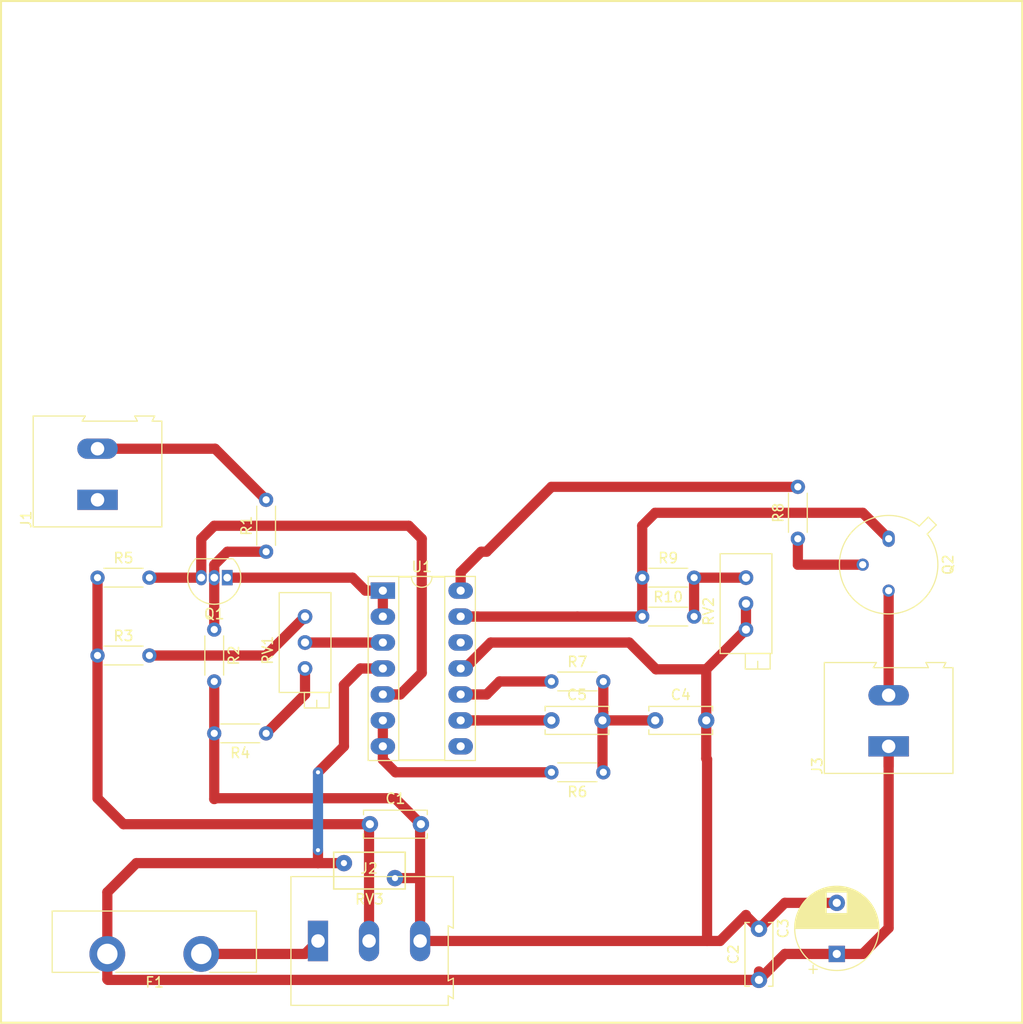
<source format=kicad_pcb>
(kicad_pcb (version 20171130) (host pcbnew "(5.0.0)")

  (general
    (thickness 1.6)
    (drawings 4)
    (tracks 115)
    (zones 0)
    (modules 25)
    (nets 23)
  )

  (page A4)
  (layers
    (0 F.Cu signal)
    (31 B.Cu signal)
    (32 B.Adhes user)
    (33 F.Adhes user)
    (34 B.Paste user)
    (35 F.Paste user)
    (36 B.SilkS user)
    (37 F.SilkS user)
    (38 B.Mask user)
    (39 F.Mask user)
    (40 Dwgs.User user)
    (41 Cmts.User user)
    (42 Eco1.User user)
    (43 Eco2.User user)
    (44 Edge.Cuts user)
    (45 Margin user)
    (46 B.CrtYd user)
    (47 F.CrtYd user)
    (48 B.Fab user)
    (49 F.Fab user)
  )

  (setup
    (last_trace_width 1)
    (trace_clearance 0.2)
    (zone_clearance 0.508)
    (zone_45_only no)
    (trace_min 0.2)
    (segment_width 0.2)
    (edge_width 0.15)
    (via_size 0.8)
    (via_drill 0.4)
    (via_min_size 0.4)
    (via_min_drill 0.3)
    (uvia_size 0.3)
    (uvia_drill 0.1)
    (uvias_allowed no)
    (uvia_min_size 0.2)
    (uvia_min_drill 0.1)
    (pcb_text_width 0.3)
    (pcb_text_size 1.5 1.5)
    (mod_edge_width 0.15)
    (mod_text_size 1 1)
    (mod_text_width 0.15)
    (pad_size 1.524 1.524)
    (pad_drill 0.762)
    (pad_to_mask_clearance 0.2)
    (aux_axis_origin 0 0)
    (visible_elements 7FFFFFFF)
    (pcbplotparams
      (layerselection 0x010fc_ffffffff)
      (usegerberextensions false)
      (usegerberattributes false)
      (usegerberadvancedattributes false)
      (creategerberjobfile false)
      (excludeedgelayer true)
      (linewidth 0.100000)
      (plotframeref false)
      (viasonmask false)
      (mode 1)
      (useauxorigin false)
      (hpglpennumber 1)
      (hpglpenspeed 20)
      (hpglpendiameter 15.000000)
      (psnegative false)
      (psa4output false)
      (plotreference true)
      (plotvalue true)
      (plotinvisibletext false)
      (padsonsilk false)
      (subtractmaskfromsilk false)
      (outputformat 1)
      (mirror false)
      (drillshape 1)
      (scaleselection 1)
      (outputdirectory ""))
  )

  (net 0 "")
  (net 1 GND)
  (net 2 +5V)
  (net 3 +24V)
  (net 4 "Net-(C4-Pad1)")
  (net 5 "Net-(C5-Pad1)")
  (net 6 "Net-(J1-Pad1)")
  (net 7 "Net-(J1-Pad2)")
  (net 8 "Net-(J3-Pad2)")
  (net 9 "Net-(Q1-Pad2)")
  (net 10 "Net-(Q1-Pad3)")
  (net 11 "Net-(Q1-Pad1)")
  (net 12 "Net-(Q2-Pad1)")
  (net 13 "Net-(R3-Pad2)")
  (net 14 "Net-(R4-Pad1)")
  (net 15 "Net-(R6-Pad2)")
  (net 16 "Net-(R7-Pad1)")
  (net 17 "Net-(R8-Pad2)")
  (net 18 "Net-(R10-Pad2)")
  (net 19 "Net-(RV1-Pad2)")
  (net 20 "Net-(U1-Pad12)")
  (net 21 "Net-(Q2-Pad2)")
  (net 22 "Net-(F1-Pad1)")

  (net_class Default "Esta es la clase de red por defecto."
    (clearance 0.2)
    (trace_width 1)
    (via_dia 0.8)
    (via_drill 0.4)
    (uvia_dia 0.3)
    (uvia_drill 0.1)
    (add_net "Net-(C4-Pad1)")
    (add_net "Net-(C5-Pad1)")
    (add_net "Net-(F1-Pad1)")
    (add_net "Net-(J1-Pad1)")
    (add_net "Net-(J1-Pad2)")
    (add_net "Net-(J3-Pad2)")
    (add_net "Net-(Q1-Pad1)")
    (add_net "Net-(Q1-Pad2)")
    (add_net "Net-(Q1-Pad3)")
    (add_net "Net-(Q2-Pad1)")
    (add_net "Net-(Q2-Pad2)")
    (add_net "Net-(R10-Pad2)")
    (add_net "Net-(R3-Pad2)")
    (add_net "Net-(R4-Pad1)")
    (add_net "Net-(R6-Pad2)")
    (add_net "Net-(R7-Pad1)")
    (add_net "Net-(R8-Pad2)")
    (add_net "Net-(RV1-Pad2)")
    (add_net "Net-(U1-Pad12)")
  )

  (net_class Potencia ""
    (clearance 0.2)
    (trace_width 1)
    (via_dia 0.8)
    (via_drill 0.4)
    (uvia_dia 0.3)
    (uvia_drill 0.1)
    (add_net +24V)
    (add_net +5V)
    (add_net GND)
  )

  (module Capacitor_THT:C_Disc_D6.0mm_W2.5mm_P5.00mm (layer F.Cu) (tedit 5AE50EF0) (tstamp 5CC6D19A)
    (at 71.12 115.57)
    (descr "C, Disc series, Radial, pin pitch=5.00mm, , diameter*width=6*2.5mm^2, Capacitor, http://cdn-reichelt.de/documents/datenblatt/B300/DS_KERKO_TC.pdf")
    (tags "C Disc series Radial pin pitch 5.00mm  diameter 6mm width 2.5mm Capacitor")
    (path /5CBA6ED7)
    (fp_text reference C1 (at 2.5 -2.5) (layer F.SilkS)
      (effects (font (size 1 1) (thickness 0.15)))
    )
    (fp_text value 100nF (at 2.5 2.5 180) (layer F.Fab)
      (effects (font (size 1 1) (thickness 0.15)))
    )
    (fp_text user %R (at 2.5 0) (layer F.Fab)
      (effects (font (size 1 1) (thickness 0.15)))
    )
    (fp_line (start 6.05 -1.5) (end -1.05 -1.5) (layer F.CrtYd) (width 0.05))
    (fp_line (start 6.05 1.5) (end 6.05 -1.5) (layer F.CrtYd) (width 0.05))
    (fp_line (start -1.05 1.5) (end 6.05 1.5) (layer F.CrtYd) (width 0.05))
    (fp_line (start -1.05 -1.5) (end -1.05 1.5) (layer F.CrtYd) (width 0.05))
    (fp_line (start 5.62 0.925) (end 5.62 1.37) (layer F.SilkS) (width 0.12))
    (fp_line (start 5.62 -1.37) (end 5.62 -0.925) (layer F.SilkS) (width 0.12))
    (fp_line (start -0.62 0.925) (end -0.62 1.37) (layer F.SilkS) (width 0.12))
    (fp_line (start -0.62 -1.37) (end -0.62 -0.925) (layer F.SilkS) (width 0.12))
    (fp_line (start -0.62 1.37) (end 5.62 1.37) (layer F.SilkS) (width 0.12))
    (fp_line (start -0.62 -1.37) (end 5.62 -1.37) (layer F.SilkS) (width 0.12))
    (fp_line (start 5.5 -1.25) (end -0.5 -1.25) (layer F.Fab) (width 0.1))
    (fp_line (start 5.5 1.25) (end 5.5 -1.25) (layer F.Fab) (width 0.1))
    (fp_line (start -0.5 1.25) (end 5.5 1.25) (layer F.Fab) (width 0.1))
    (fp_line (start -0.5 -1.25) (end -0.5 1.25) (layer F.Fab) (width 0.1))
    (pad 2 thru_hole circle (at 5 0) (size 1.6 1.6) (drill 0.8) (layers *.Cu *.Mask)
      (net 1 GND))
    (pad 1 thru_hole circle (at 0 0) (size 1.6 1.6) (drill 0.8) (layers *.Cu *.Mask)
      (net 2 +5V))
    (model ${KISYS3DMOD}/Capacitor_THT.3dshapes/C_Disc_D6.0mm_W2.5mm_P5.00mm.wrl
      (at (xyz 0 0 0))
      (scale (xyz 1 1 1))
      (rotate (xyz 0 0 0))
    )
  )

  (module Capacitor_THT:C_Disc_D6.0mm_W2.5mm_P5.00mm (layer F.Cu) (tedit 5AE50EF0) (tstamp 5CC6D1AF)
    (at 109.22 130.81 90)
    (descr "C, Disc series, Radial, pin pitch=5.00mm, , diameter*width=6*2.5mm^2, Capacitor, http://cdn-reichelt.de/documents/datenblatt/B300/DS_KERKO_TC.pdf")
    (tags "C Disc series Radial pin pitch 5.00mm  diameter 6mm width 2.5mm Capacitor")
    (path /5CBA6F97)
    (fp_text reference C2 (at 2.5 -2.5 90) (layer F.SilkS)
      (effects (font (size 1 1) (thickness 0.15)))
    )
    (fp_text value 100nF (at 2.5 2.5 90) (layer F.Fab)
      (effects (font (size 1 1) (thickness 0.15)))
    )
    (fp_line (start -0.5 -1.25) (end -0.5 1.25) (layer F.Fab) (width 0.1))
    (fp_line (start -0.5 1.25) (end 5.5 1.25) (layer F.Fab) (width 0.1))
    (fp_line (start 5.5 1.25) (end 5.5 -1.25) (layer F.Fab) (width 0.1))
    (fp_line (start 5.5 -1.25) (end -0.5 -1.25) (layer F.Fab) (width 0.1))
    (fp_line (start -0.62 -1.37) (end 5.62 -1.37) (layer F.SilkS) (width 0.12))
    (fp_line (start -0.62 1.37) (end 5.62 1.37) (layer F.SilkS) (width 0.12))
    (fp_line (start -0.62 -1.37) (end -0.62 -0.925) (layer F.SilkS) (width 0.12))
    (fp_line (start -0.62 0.925) (end -0.62 1.37) (layer F.SilkS) (width 0.12))
    (fp_line (start 5.62 -1.37) (end 5.62 -0.925) (layer F.SilkS) (width 0.12))
    (fp_line (start 5.62 0.925) (end 5.62 1.37) (layer F.SilkS) (width 0.12))
    (fp_line (start -1.05 -1.5) (end -1.05 1.5) (layer F.CrtYd) (width 0.05))
    (fp_line (start -1.05 1.5) (end 6.05 1.5) (layer F.CrtYd) (width 0.05))
    (fp_line (start 6.05 1.5) (end 6.05 -1.5) (layer F.CrtYd) (width 0.05))
    (fp_line (start 6.05 -1.5) (end -1.05 -1.5) (layer F.CrtYd) (width 0.05))
    (fp_text user %R (at 2.5 0 90) (layer F.Fab)
      (effects (font (size 1 1) (thickness 0.15)))
    )
    (pad 1 thru_hole circle (at 0 0 90) (size 1.6 1.6) (drill 0.8) (layers *.Cu *.Mask)
      (net 3 +24V))
    (pad 2 thru_hole circle (at 5 0 90) (size 1.6 1.6) (drill 0.8) (layers *.Cu *.Mask)
      (net 1 GND))
    (model ${KISYS3DMOD}/Capacitor_THT.3dshapes/C_Disc_D6.0mm_W2.5mm_P5.00mm.wrl
      (at (xyz 0 0 0))
      (scale (xyz 1 1 1))
      (rotate (xyz 0 0 0))
    )
  )

  (module Capacitor_THT:CP_Radial_D8.0mm_P5.00mm (layer F.Cu) (tedit 5AE50EF0) (tstamp 5CC6D258)
    (at 116.84 128.27 90)
    (descr "CP, Radial series, Radial, pin pitch=5.00mm, , diameter=8mm, Electrolytic Capacitor")
    (tags "CP Radial series Radial pin pitch 5.00mm  diameter 8mm Electrolytic Capacitor")
    (path /5CBA7093)
    (fp_text reference C3 (at 2.5 -5.25 90) (layer F.SilkS)
      (effects (font (size 1 1) (thickness 0.15)))
    )
    (fp_text value 10uF (at 2.5 5.25 90) (layer F.Fab)
      (effects (font (size 1 1) (thickness 0.15)))
    )
    (fp_circle (center 2.5 0) (end 6.5 0) (layer F.Fab) (width 0.1))
    (fp_circle (center 2.5 0) (end 6.62 0) (layer F.SilkS) (width 0.12))
    (fp_circle (center 2.5 0) (end 6.75 0) (layer F.CrtYd) (width 0.05))
    (fp_line (start -0.926759 -1.7475) (end -0.126759 -1.7475) (layer F.Fab) (width 0.1))
    (fp_line (start -0.526759 -2.1475) (end -0.526759 -1.3475) (layer F.Fab) (width 0.1))
    (fp_line (start 2.5 -4.08) (end 2.5 4.08) (layer F.SilkS) (width 0.12))
    (fp_line (start 2.54 -4.08) (end 2.54 4.08) (layer F.SilkS) (width 0.12))
    (fp_line (start 2.58 -4.08) (end 2.58 4.08) (layer F.SilkS) (width 0.12))
    (fp_line (start 2.62 -4.079) (end 2.62 4.079) (layer F.SilkS) (width 0.12))
    (fp_line (start 2.66 -4.077) (end 2.66 4.077) (layer F.SilkS) (width 0.12))
    (fp_line (start 2.7 -4.076) (end 2.7 4.076) (layer F.SilkS) (width 0.12))
    (fp_line (start 2.74 -4.074) (end 2.74 4.074) (layer F.SilkS) (width 0.12))
    (fp_line (start 2.78 -4.071) (end 2.78 4.071) (layer F.SilkS) (width 0.12))
    (fp_line (start 2.82 -4.068) (end 2.82 4.068) (layer F.SilkS) (width 0.12))
    (fp_line (start 2.86 -4.065) (end 2.86 4.065) (layer F.SilkS) (width 0.12))
    (fp_line (start 2.9 -4.061) (end 2.9 4.061) (layer F.SilkS) (width 0.12))
    (fp_line (start 2.94 -4.057) (end 2.94 4.057) (layer F.SilkS) (width 0.12))
    (fp_line (start 2.98 -4.052) (end 2.98 4.052) (layer F.SilkS) (width 0.12))
    (fp_line (start 3.02 -4.048) (end 3.02 4.048) (layer F.SilkS) (width 0.12))
    (fp_line (start 3.06 -4.042) (end 3.06 4.042) (layer F.SilkS) (width 0.12))
    (fp_line (start 3.1 -4.037) (end 3.1 4.037) (layer F.SilkS) (width 0.12))
    (fp_line (start 3.14 -4.03) (end 3.14 4.03) (layer F.SilkS) (width 0.12))
    (fp_line (start 3.18 -4.024) (end 3.18 4.024) (layer F.SilkS) (width 0.12))
    (fp_line (start 3.221 -4.017) (end 3.221 4.017) (layer F.SilkS) (width 0.12))
    (fp_line (start 3.261 -4.01) (end 3.261 4.01) (layer F.SilkS) (width 0.12))
    (fp_line (start 3.301 -4.002) (end 3.301 4.002) (layer F.SilkS) (width 0.12))
    (fp_line (start 3.341 -3.994) (end 3.341 3.994) (layer F.SilkS) (width 0.12))
    (fp_line (start 3.381 -3.985) (end 3.381 3.985) (layer F.SilkS) (width 0.12))
    (fp_line (start 3.421 -3.976) (end 3.421 3.976) (layer F.SilkS) (width 0.12))
    (fp_line (start 3.461 -3.967) (end 3.461 3.967) (layer F.SilkS) (width 0.12))
    (fp_line (start 3.501 -3.957) (end 3.501 3.957) (layer F.SilkS) (width 0.12))
    (fp_line (start 3.541 -3.947) (end 3.541 3.947) (layer F.SilkS) (width 0.12))
    (fp_line (start 3.581 -3.936) (end 3.581 3.936) (layer F.SilkS) (width 0.12))
    (fp_line (start 3.621 -3.925) (end 3.621 3.925) (layer F.SilkS) (width 0.12))
    (fp_line (start 3.661 -3.914) (end 3.661 3.914) (layer F.SilkS) (width 0.12))
    (fp_line (start 3.701 -3.902) (end 3.701 3.902) (layer F.SilkS) (width 0.12))
    (fp_line (start 3.741 -3.889) (end 3.741 3.889) (layer F.SilkS) (width 0.12))
    (fp_line (start 3.781 -3.877) (end 3.781 3.877) (layer F.SilkS) (width 0.12))
    (fp_line (start 3.821 -3.863) (end 3.821 3.863) (layer F.SilkS) (width 0.12))
    (fp_line (start 3.861 -3.85) (end 3.861 3.85) (layer F.SilkS) (width 0.12))
    (fp_line (start 3.901 -3.835) (end 3.901 3.835) (layer F.SilkS) (width 0.12))
    (fp_line (start 3.941 -3.821) (end 3.941 3.821) (layer F.SilkS) (width 0.12))
    (fp_line (start 3.981 -3.805) (end 3.981 -1.04) (layer F.SilkS) (width 0.12))
    (fp_line (start 3.981 1.04) (end 3.981 3.805) (layer F.SilkS) (width 0.12))
    (fp_line (start 4.021 -3.79) (end 4.021 -1.04) (layer F.SilkS) (width 0.12))
    (fp_line (start 4.021 1.04) (end 4.021 3.79) (layer F.SilkS) (width 0.12))
    (fp_line (start 4.061 -3.774) (end 4.061 -1.04) (layer F.SilkS) (width 0.12))
    (fp_line (start 4.061 1.04) (end 4.061 3.774) (layer F.SilkS) (width 0.12))
    (fp_line (start 4.101 -3.757) (end 4.101 -1.04) (layer F.SilkS) (width 0.12))
    (fp_line (start 4.101 1.04) (end 4.101 3.757) (layer F.SilkS) (width 0.12))
    (fp_line (start 4.141 -3.74) (end 4.141 -1.04) (layer F.SilkS) (width 0.12))
    (fp_line (start 4.141 1.04) (end 4.141 3.74) (layer F.SilkS) (width 0.12))
    (fp_line (start 4.181 -3.722) (end 4.181 -1.04) (layer F.SilkS) (width 0.12))
    (fp_line (start 4.181 1.04) (end 4.181 3.722) (layer F.SilkS) (width 0.12))
    (fp_line (start 4.221 -3.704) (end 4.221 -1.04) (layer F.SilkS) (width 0.12))
    (fp_line (start 4.221 1.04) (end 4.221 3.704) (layer F.SilkS) (width 0.12))
    (fp_line (start 4.261 -3.686) (end 4.261 -1.04) (layer F.SilkS) (width 0.12))
    (fp_line (start 4.261 1.04) (end 4.261 3.686) (layer F.SilkS) (width 0.12))
    (fp_line (start 4.301 -3.666) (end 4.301 -1.04) (layer F.SilkS) (width 0.12))
    (fp_line (start 4.301 1.04) (end 4.301 3.666) (layer F.SilkS) (width 0.12))
    (fp_line (start 4.341 -3.647) (end 4.341 -1.04) (layer F.SilkS) (width 0.12))
    (fp_line (start 4.341 1.04) (end 4.341 3.647) (layer F.SilkS) (width 0.12))
    (fp_line (start 4.381 -3.627) (end 4.381 -1.04) (layer F.SilkS) (width 0.12))
    (fp_line (start 4.381 1.04) (end 4.381 3.627) (layer F.SilkS) (width 0.12))
    (fp_line (start 4.421 -3.606) (end 4.421 -1.04) (layer F.SilkS) (width 0.12))
    (fp_line (start 4.421 1.04) (end 4.421 3.606) (layer F.SilkS) (width 0.12))
    (fp_line (start 4.461 -3.584) (end 4.461 -1.04) (layer F.SilkS) (width 0.12))
    (fp_line (start 4.461 1.04) (end 4.461 3.584) (layer F.SilkS) (width 0.12))
    (fp_line (start 4.501 -3.562) (end 4.501 -1.04) (layer F.SilkS) (width 0.12))
    (fp_line (start 4.501 1.04) (end 4.501 3.562) (layer F.SilkS) (width 0.12))
    (fp_line (start 4.541 -3.54) (end 4.541 -1.04) (layer F.SilkS) (width 0.12))
    (fp_line (start 4.541 1.04) (end 4.541 3.54) (layer F.SilkS) (width 0.12))
    (fp_line (start 4.581 -3.517) (end 4.581 -1.04) (layer F.SilkS) (width 0.12))
    (fp_line (start 4.581 1.04) (end 4.581 3.517) (layer F.SilkS) (width 0.12))
    (fp_line (start 4.621 -3.493) (end 4.621 -1.04) (layer F.SilkS) (width 0.12))
    (fp_line (start 4.621 1.04) (end 4.621 3.493) (layer F.SilkS) (width 0.12))
    (fp_line (start 4.661 -3.469) (end 4.661 -1.04) (layer F.SilkS) (width 0.12))
    (fp_line (start 4.661 1.04) (end 4.661 3.469) (layer F.SilkS) (width 0.12))
    (fp_line (start 4.701 -3.444) (end 4.701 -1.04) (layer F.SilkS) (width 0.12))
    (fp_line (start 4.701 1.04) (end 4.701 3.444) (layer F.SilkS) (width 0.12))
    (fp_line (start 4.741 -3.418) (end 4.741 -1.04) (layer F.SilkS) (width 0.12))
    (fp_line (start 4.741 1.04) (end 4.741 3.418) (layer F.SilkS) (width 0.12))
    (fp_line (start 4.781 -3.392) (end 4.781 -1.04) (layer F.SilkS) (width 0.12))
    (fp_line (start 4.781 1.04) (end 4.781 3.392) (layer F.SilkS) (width 0.12))
    (fp_line (start 4.821 -3.365) (end 4.821 -1.04) (layer F.SilkS) (width 0.12))
    (fp_line (start 4.821 1.04) (end 4.821 3.365) (layer F.SilkS) (width 0.12))
    (fp_line (start 4.861 -3.338) (end 4.861 -1.04) (layer F.SilkS) (width 0.12))
    (fp_line (start 4.861 1.04) (end 4.861 3.338) (layer F.SilkS) (width 0.12))
    (fp_line (start 4.901 -3.309) (end 4.901 -1.04) (layer F.SilkS) (width 0.12))
    (fp_line (start 4.901 1.04) (end 4.901 3.309) (layer F.SilkS) (width 0.12))
    (fp_line (start 4.941 -3.28) (end 4.941 -1.04) (layer F.SilkS) (width 0.12))
    (fp_line (start 4.941 1.04) (end 4.941 3.28) (layer F.SilkS) (width 0.12))
    (fp_line (start 4.981 -3.25) (end 4.981 -1.04) (layer F.SilkS) (width 0.12))
    (fp_line (start 4.981 1.04) (end 4.981 3.25) (layer F.SilkS) (width 0.12))
    (fp_line (start 5.021 -3.22) (end 5.021 -1.04) (layer F.SilkS) (width 0.12))
    (fp_line (start 5.021 1.04) (end 5.021 3.22) (layer F.SilkS) (width 0.12))
    (fp_line (start 5.061 -3.189) (end 5.061 -1.04) (layer F.SilkS) (width 0.12))
    (fp_line (start 5.061 1.04) (end 5.061 3.189) (layer F.SilkS) (width 0.12))
    (fp_line (start 5.101 -3.156) (end 5.101 -1.04) (layer F.SilkS) (width 0.12))
    (fp_line (start 5.101 1.04) (end 5.101 3.156) (layer F.SilkS) (width 0.12))
    (fp_line (start 5.141 -3.124) (end 5.141 -1.04) (layer F.SilkS) (width 0.12))
    (fp_line (start 5.141 1.04) (end 5.141 3.124) (layer F.SilkS) (width 0.12))
    (fp_line (start 5.181 -3.09) (end 5.181 -1.04) (layer F.SilkS) (width 0.12))
    (fp_line (start 5.181 1.04) (end 5.181 3.09) (layer F.SilkS) (width 0.12))
    (fp_line (start 5.221 -3.055) (end 5.221 -1.04) (layer F.SilkS) (width 0.12))
    (fp_line (start 5.221 1.04) (end 5.221 3.055) (layer F.SilkS) (width 0.12))
    (fp_line (start 5.261 -3.019) (end 5.261 -1.04) (layer F.SilkS) (width 0.12))
    (fp_line (start 5.261 1.04) (end 5.261 3.019) (layer F.SilkS) (width 0.12))
    (fp_line (start 5.301 -2.983) (end 5.301 -1.04) (layer F.SilkS) (width 0.12))
    (fp_line (start 5.301 1.04) (end 5.301 2.983) (layer F.SilkS) (width 0.12))
    (fp_line (start 5.341 -2.945) (end 5.341 -1.04) (layer F.SilkS) (width 0.12))
    (fp_line (start 5.341 1.04) (end 5.341 2.945) (layer F.SilkS) (width 0.12))
    (fp_line (start 5.381 -2.907) (end 5.381 -1.04) (layer F.SilkS) (width 0.12))
    (fp_line (start 5.381 1.04) (end 5.381 2.907) (layer F.SilkS) (width 0.12))
    (fp_line (start 5.421 -2.867) (end 5.421 -1.04) (layer F.SilkS) (width 0.12))
    (fp_line (start 5.421 1.04) (end 5.421 2.867) (layer F.SilkS) (width 0.12))
    (fp_line (start 5.461 -2.826) (end 5.461 -1.04) (layer F.SilkS) (width 0.12))
    (fp_line (start 5.461 1.04) (end 5.461 2.826) (layer F.SilkS) (width 0.12))
    (fp_line (start 5.501 -2.784) (end 5.501 -1.04) (layer F.SilkS) (width 0.12))
    (fp_line (start 5.501 1.04) (end 5.501 2.784) (layer F.SilkS) (width 0.12))
    (fp_line (start 5.541 -2.741) (end 5.541 -1.04) (layer F.SilkS) (width 0.12))
    (fp_line (start 5.541 1.04) (end 5.541 2.741) (layer F.SilkS) (width 0.12))
    (fp_line (start 5.581 -2.697) (end 5.581 -1.04) (layer F.SilkS) (width 0.12))
    (fp_line (start 5.581 1.04) (end 5.581 2.697) (layer F.SilkS) (width 0.12))
    (fp_line (start 5.621 -2.651) (end 5.621 -1.04) (layer F.SilkS) (width 0.12))
    (fp_line (start 5.621 1.04) (end 5.621 2.651) (layer F.SilkS) (width 0.12))
    (fp_line (start 5.661 -2.604) (end 5.661 -1.04) (layer F.SilkS) (width 0.12))
    (fp_line (start 5.661 1.04) (end 5.661 2.604) (layer F.SilkS) (width 0.12))
    (fp_line (start 5.701 -2.556) (end 5.701 -1.04) (layer F.SilkS) (width 0.12))
    (fp_line (start 5.701 1.04) (end 5.701 2.556) (layer F.SilkS) (width 0.12))
    (fp_line (start 5.741 -2.505) (end 5.741 -1.04) (layer F.SilkS) (width 0.12))
    (fp_line (start 5.741 1.04) (end 5.741 2.505) (layer F.SilkS) (width 0.12))
    (fp_line (start 5.781 -2.454) (end 5.781 -1.04) (layer F.SilkS) (width 0.12))
    (fp_line (start 5.781 1.04) (end 5.781 2.454) (layer F.SilkS) (width 0.12))
    (fp_line (start 5.821 -2.4) (end 5.821 -1.04) (layer F.SilkS) (width 0.12))
    (fp_line (start 5.821 1.04) (end 5.821 2.4) (layer F.SilkS) (width 0.12))
    (fp_line (start 5.861 -2.345) (end 5.861 -1.04) (layer F.SilkS) (width 0.12))
    (fp_line (start 5.861 1.04) (end 5.861 2.345) (layer F.SilkS) (width 0.12))
    (fp_line (start 5.901 -2.287) (end 5.901 -1.04) (layer F.SilkS) (width 0.12))
    (fp_line (start 5.901 1.04) (end 5.901 2.287) (layer F.SilkS) (width 0.12))
    (fp_line (start 5.941 -2.228) (end 5.941 -1.04) (layer F.SilkS) (width 0.12))
    (fp_line (start 5.941 1.04) (end 5.941 2.228) (layer F.SilkS) (width 0.12))
    (fp_line (start 5.981 -2.166) (end 5.981 -1.04) (layer F.SilkS) (width 0.12))
    (fp_line (start 5.981 1.04) (end 5.981 2.166) (layer F.SilkS) (width 0.12))
    (fp_line (start 6.021 -2.102) (end 6.021 -1.04) (layer F.SilkS) (width 0.12))
    (fp_line (start 6.021 1.04) (end 6.021 2.102) (layer F.SilkS) (width 0.12))
    (fp_line (start 6.061 -2.034) (end 6.061 2.034) (layer F.SilkS) (width 0.12))
    (fp_line (start 6.101 -1.964) (end 6.101 1.964) (layer F.SilkS) (width 0.12))
    (fp_line (start 6.141 -1.89) (end 6.141 1.89) (layer F.SilkS) (width 0.12))
    (fp_line (start 6.181 -1.813) (end 6.181 1.813) (layer F.SilkS) (width 0.12))
    (fp_line (start 6.221 -1.731) (end 6.221 1.731) (layer F.SilkS) (width 0.12))
    (fp_line (start 6.261 -1.645) (end 6.261 1.645) (layer F.SilkS) (width 0.12))
    (fp_line (start 6.301 -1.552) (end 6.301 1.552) (layer F.SilkS) (width 0.12))
    (fp_line (start 6.341 -1.453) (end 6.341 1.453) (layer F.SilkS) (width 0.12))
    (fp_line (start 6.381 -1.346) (end 6.381 1.346) (layer F.SilkS) (width 0.12))
    (fp_line (start 6.421 -1.229) (end 6.421 1.229) (layer F.SilkS) (width 0.12))
    (fp_line (start 6.461 -1.098) (end 6.461 1.098) (layer F.SilkS) (width 0.12))
    (fp_line (start 6.501 -0.948) (end 6.501 0.948) (layer F.SilkS) (width 0.12))
    (fp_line (start 6.541 -0.768) (end 6.541 0.768) (layer F.SilkS) (width 0.12))
    (fp_line (start 6.581 -0.533) (end 6.581 0.533) (layer F.SilkS) (width 0.12))
    (fp_line (start -1.909698 -2.315) (end -1.109698 -2.315) (layer F.SilkS) (width 0.12))
    (fp_line (start -1.509698 -2.715) (end -1.509698 -1.915) (layer F.SilkS) (width 0.12))
    (fp_text user %R (at 2.5 0 90) (layer F.Fab)
      (effects (font (size 1 1) (thickness 0.15)))
    )
    (pad 1 thru_hole rect (at 0 0 90) (size 1.6 1.6) (drill 0.8) (layers *.Cu *.Mask)
      (net 3 +24V))
    (pad 2 thru_hole circle (at 5 0 90) (size 1.6 1.6) (drill 0.8) (layers *.Cu *.Mask)
      (net 1 GND))
    (model ${KISYS3DMOD}/Capacitor_THT.3dshapes/CP_Radial_D8.0mm_P5.00mm.wrl
      (at (xyz 0 0 0))
      (scale (xyz 1 1 1))
      (rotate (xyz 0 0 0))
    )
  )

  (module Capacitor_THT:C_Disc_D6.0mm_W2.5mm_P5.00mm (layer F.Cu) (tedit 5AE50EF0) (tstamp 5CC6D26D)
    (at 99.06 105.41)
    (descr "C, Disc series, Radial, pin pitch=5.00mm, , diameter*width=6*2.5mm^2, Capacitor, http://cdn-reichelt.de/documents/datenblatt/B300/DS_KERKO_TC.pdf")
    (tags "C Disc series Radial pin pitch 5.00mm  diameter 6mm width 2.5mm Capacitor")
    (path /5CBAAA6D)
    (fp_text reference C4 (at 2.5 -2.5) (layer F.SilkS)
      (effects (font (size 1 1) (thickness 0.15)))
    )
    (fp_text value 100nF (at 2.5 2.5) (layer F.Fab)
      (effects (font (size 1 1) (thickness 0.15)))
    )
    (fp_text user %R (at 2.5 0) (layer F.Fab)
      (effects (font (size 1 1) (thickness 0.15)))
    )
    (fp_line (start 6.05 -1.5) (end -1.05 -1.5) (layer F.CrtYd) (width 0.05))
    (fp_line (start 6.05 1.5) (end 6.05 -1.5) (layer F.CrtYd) (width 0.05))
    (fp_line (start -1.05 1.5) (end 6.05 1.5) (layer F.CrtYd) (width 0.05))
    (fp_line (start -1.05 -1.5) (end -1.05 1.5) (layer F.CrtYd) (width 0.05))
    (fp_line (start 5.62 0.925) (end 5.62 1.37) (layer F.SilkS) (width 0.12))
    (fp_line (start 5.62 -1.37) (end 5.62 -0.925) (layer F.SilkS) (width 0.12))
    (fp_line (start -0.62 0.925) (end -0.62 1.37) (layer F.SilkS) (width 0.12))
    (fp_line (start -0.62 -1.37) (end -0.62 -0.925) (layer F.SilkS) (width 0.12))
    (fp_line (start -0.62 1.37) (end 5.62 1.37) (layer F.SilkS) (width 0.12))
    (fp_line (start -0.62 -1.37) (end 5.62 -1.37) (layer F.SilkS) (width 0.12))
    (fp_line (start 5.5 -1.25) (end -0.5 -1.25) (layer F.Fab) (width 0.1))
    (fp_line (start 5.5 1.25) (end 5.5 -1.25) (layer F.Fab) (width 0.1))
    (fp_line (start -0.5 1.25) (end 5.5 1.25) (layer F.Fab) (width 0.1))
    (fp_line (start -0.5 -1.25) (end -0.5 1.25) (layer F.Fab) (width 0.1))
    (pad 2 thru_hole circle (at 5 0) (size 1.6 1.6) (drill 0.8) (layers *.Cu *.Mask)
      (net 1 GND))
    (pad 1 thru_hole circle (at 0 0) (size 1.6 1.6) (drill 0.8) (layers *.Cu *.Mask)
      (net 4 "Net-(C4-Pad1)"))
    (model ${KISYS3DMOD}/Capacitor_THT.3dshapes/C_Disc_D6.0mm_W2.5mm_P5.00mm.wrl
      (at (xyz 0 0 0))
      (scale (xyz 1 1 1))
      (rotate (xyz 0 0 0))
    )
  )

  (module Capacitor_THT:C_Disc_D6.0mm_W2.5mm_P5.00mm (layer F.Cu) (tedit 5AE50EF0) (tstamp 5CC6D282)
    (at 88.9 105.41)
    (descr "C, Disc series, Radial, pin pitch=5.00mm, , diameter*width=6*2.5mm^2, Capacitor, http://cdn-reichelt.de/documents/datenblatt/B300/DS_KERKO_TC.pdf")
    (tags "C Disc series Radial pin pitch 5.00mm  diameter 6mm width 2.5mm Capacitor")
    (path /5CBAA8CC)
    (fp_text reference C5 (at 2.5 -2.5) (layer F.SilkS)
      (effects (font (size 1 1) (thickness 0.15)))
    )
    (fp_text value 200nF (at 2.5 2.5) (layer F.Fab)
      (effects (font (size 1 1) (thickness 0.15)))
    )
    (fp_line (start -0.5 -1.25) (end -0.5 1.25) (layer F.Fab) (width 0.1))
    (fp_line (start -0.5 1.25) (end 5.5 1.25) (layer F.Fab) (width 0.1))
    (fp_line (start 5.5 1.25) (end 5.5 -1.25) (layer F.Fab) (width 0.1))
    (fp_line (start 5.5 -1.25) (end -0.5 -1.25) (layer F.Fab) (width 0.1))
    (fp_line (start -0.62 -1.37) (end 5.62 -1.37) (layer F.SilkS) (width 0.12))
    (fp_line (start -0.62 1.37) (end 5.62 1.37) (layer F.SilkS) (width 0.12))
    (fp_line (start -0.62 -1.37) (end -0.62 -0.925) (layer F.SilkS) (width 0.12))
    (fp_line (start -0.62 0.925) (end -0.62 1.37) (layer F.SilkS) (width 0.12))
    (fp_line (start 5.62 -1.37) (end 5.62 -0.925) (layer F.SilkS) (width 0.12))
    (fp_line (start 5.62 0.925) (end 5.62 1.37) (layer F.SilkS) (width 0.12))
    (fp_line (start -1.05 -1.5) (end -1.05 1.5) (layer F.CrtYd) (width 0.05))
    (fp_line (start -1.05 1.5) (end 6.05 1.5) (layer F.CrtYd) (width 0.05))
    (fp_line (start 6.05 1.5) (end 6.05 -1.5) (layer F.CrtYd) (width 0.05))
    (fp_line (start 6.05 -1.5) (end -1.05 -1.5) (layer F.CrtYd) (width 0.05))
    (fp_text user %R (at 2.5 0) (layer F.Fab)
      (effects (font (size 1 1) (thickness 0.15)))
    )
    (pad 1 thru_hole circle (at 0 0) (size 1.6 1.6) (drill 0.8) (layers *.Cu *.Mask)
      (net 5 "Net-(C5-Pad1)"))
    (pad 2 thru_hole circle (at 5 0) (size 1.6 1.6) (drill 0.8) (layers *.Cu *.Mask)
      (net 4 "Net-(C4-Pad1)"))
    (model ${KISYS3DMOD}/Capacitor_THT.3dshapes/C_Disc_D6.0mm_W2.5mm_P5.00mm.wrl
      (at (xyz 0 0 0))
      (scale (xyz 1 1 1))
      (rotate (xyz 0 0 0))
    )
  )

  (module TerminalBlock:TerminalBlock_Altech_AK300-2_P5.00mm (layer F.Cu) (tedit 59FF0306) (tstamp 5CC6D2E9)
    (at 44.45 83.82 90)
    (descr "Altech AK300 terminal block, pitch 5.0mm, 45 degree angled, see http://www.mouser.com/ds/2/16/PCBMETRC-24178.pdf")
    (tags "Altech AK300 terminal block pitch 5.0mm")
    (path /5CBBB25E)
    (fp_text reference J1 (at -1.92 -6.99 90) (layer F.SilkS)
      (effects (font (size 1 1) (thickness 0.15)))
    )
    (fp_text value Screw_Terminal_01x02 (at 2.78 7.75 90) (layer F.Fab)
      (effects (font (size 1 1) (thickness 0.15)))
    )
    (fp_text user %R (at 2.5 -2 90) (layer F.Fab)
      (effects (font (size 1 1) (thickness 0.15)))
    )
    (fp_line (start -2.65 -6.3) (end -2.65 6.3) (layer F.SilkS) (width 0.12))
    (fp_line (start -2.65 6.3) (end 7.7 6.3) (layer F.SilkS) (width 0.12))
    (fp_line (start 7.7 6.3) (end 7.7 5.35) (layer F.SilkS) (width 0.12))
    (fp_line (start 7.7 5.35) (end 8.2 5.6) (layer F.SilkS) (width 0.12))
    (fp_line (start 8.2 5.6) (end 8.2 3.7) (layer F.SilkS) (width 0.12))
    (fp_line (start 8.2 3.7) (end 8.2 3.65) (layer F.SilkS) (width 0.12))
    (fp_line (start 8.2 3.65) (end 7.7 3.9) (layer F.SilkS) (width 0.12))
    (fp_line (start 7.7 3.9) (end 7.7 -1.5) (layer F.SilkS) (width 0.12))
    (fp_line (start 7.7 -1.5) (end 8.2 -1.2) (layer F.SilkS) (width 0.12))
    (fp_line (start 8.2 -1.2) (end 8.2 -6.3) (layer F.SilkS) (width 0.12))
    (fp_line (start 8.2 -6.3) (end -2.65 -6.3) (layer F.SilkS) (width 0.12))
    (fp_line (start -1.26 2.54) (end 1.28 2.54) (layer F.Fab) (width 0.1))
    (fp_line (start 1.28 2.54) (end 1.28 -0.25) (layer F.Fab) (width 0.1))
    (fp_line (start -1.26 -0.25) (end 1.28 -0.25) (layer F.Fab) (width 0.1))
    (fp_line (start -1.26 2.54) (end -1.26 -0.25) (layer F.Fab) (width 0.1))
    (fp_line (start 3.74 2.54) (end 6.28 2.54) (layer F.Fab) (width 0.1))
    (fp_line (start 6.28 2.54) (end 6.28 -0.25) (layer F.Fab) (width 0.1))
    (fp_line (start 3.74 -0.25) (end 6.28 -0.25) (layer F.Fab) (width 0.1))
    (fp_line (start 3.74 2.54) (end 3.74 -0.25) (layer F.Fab) (width 0.1))
    (fp_line (start 7.61 -6.22) (end 7.61 -3.17) (layer F.Fab) (width 0.1))
    (fp_line (start 7.61 -6.22) (end -2.58 -6.22) (layer F.Fab) (width 0.1))
    (fp_line (start 7.61 -6.22) (end 8.11 -6.22) (layer F.Fab) (width 0.1))
    (fp_line (start 8.11 -6.22) (end 8.11 -1.4) (layer F.Fab) (width 0.1))
    (fp_line (start 8.11 -1.4) (end 7.61 -1.65) (layer F.Fab) (width 0.1))
    (fp_line (start 8.11 5.46) (end 7.61 5.21) (layer F.Fab) (width 0.1))
    (fp_line (start 7.61 5.21) (end 7.61 6.22) (layer F.Fab) (width 0.1))
    (fp_line (start 8.11 3.81) (end 7.61 4.06) (layer F.Fab) (width 0.1))
    (fp_line (start 7.61 4.06) (end 7.61 5.21) (layer F.Fab) (width 0.1))
    (fp_line (start 8.11 3.81) (end 8.11 5.46) (layer F.Fab) (width 0.1))
    (fp_line (start 2.98 6.22) (end 2.98 4.32) (layer F.Fab) (width 0.1))
    (fp_line (start 7.05 -0.25) (end 7.05 4.32) (layer F.Fab) (width 0.1))
    (fp_line (start 2.98 6.22) (end 7.05 6.22) (layer F.Fab) (width 0.1))
    (fp_line (start 7.05 6.22) (end 7.61 6.22) (layer F.Fab) (width 0.1))
    (fp_line (start 2.04 6.22) (end 2.04 4.32) (layer F.Fab) (width 0.1))
    (fp_line (start 2.04 6.22) (end 2.98 6.22) (layer F.Fab) (width 0.1))
    (fp_line (start -2.02 -0.25) (end -2.02 4.32) (layer F.Fab) (width 0.1))
    (fp_line (start -2.58 6.22) (end -2.02 6.22) (layer F.Fab) (width 0.1))
    (fp_line (start -2.02 6.22) (end 2.04 6.22) (layer F.Fab) (width 0.1))
    (fp_line (start 2.98 4.32) (end 7.05 4.32) (layer F.Fab) (width 0.1))
    (fp_line (start 2.98 4.32) (end 2.98 -0.25) (layer F.Fab) (width 0.1))
    (fp_line (start 7.05 4.32) (end 7.05 6.22) (layer F.Fab) (width 0.1))
    (fp_line (start 2.04 4.32) (end -2.02 4.32) (layer F.Fab) (width 0.1))
    (fp_line (start 2.04 4.32) (end 2.04 -0.25) (layer F.Fab) (width 0.1))
    (fp_line (start -2.02 4.32) (end -2.02 6.22) (layer F.Fab) (width 0.1))
    (fp_line (start 6.67 3.68) (end 6.67 0.51) (layer F.Fab) (width 0.1))
    (fp_line (start 6.67 3.68) (end 3.36 3.68) (layer F.Fab) (width 0.1))
    (fp_line (start 3.36 3.68) (end 3.36 0.51) (layer F.Fab) (width 0.1))
    (fp_line (start 1.66 3.68) (end 1.66 0.51) (layer F.Fab) (width 0.1))
    (fp_line (start 1.66 3.68) (end -1.64 3.68) (layer F.Fab) (width 0.1))
    (fp_line (start -1.64 3.68) (end -1.64 0.51) (layer F.Fab) (width 0.1))
    (fp_line (start -1.64 0.51) (end -1.26 0.51) (layer F.Fab) (width 0.1))
    (fp_line (start 1.66 0.51) (end 1.28 0.51) (layer F.Fab) (width 0.1))
    (fp_line (start 3.36 0.51) (end 3.74 0.51) (layer F.Fab) (width 0.1))
    (fp_line (start 6.67 0.51) (end 6.28 0.51) (layer F.Fab) (width 0.1))
    (fp_line (start -2.58 6.22) (end -2.58 -0.64) (layer F.Fab) (width 0.1))
    (fp_line (start -2.58 -0.64) (end -2.58 -3.17) (layer F.Fab) (width 0.1))
    (fp_line (start 7.61 -1.65) (end 7.61 -0.64) (layer F.Fab) (width 0.1))
    (fp_line (start 7.61 -0.64) (end 7.61 4.06) (layer F.Fab) (width 0.1))
    (fp_line (start -2.58 -3.17) (end 7.61 -3.17) (layer F.Fab) (width 0.1))
    (fp_line (start -2.58 -3.17) (end -2.58 -6.22) (layer F.Fab) (width 0.1))
    (fp_line (start 7.61 -3.17) (end 7.61 -1.65) (layer F.Fab) (width 0.1))
    (fp_line (start 2.98 -3.43) (end 2.98 -5.97) (layer F.Fab) (width 0.1))
    (fp_line (start 2.98 -5.97) (end 7.05 -5.97) (layer F.Fab) (width 0.1))
    (fp_line (start 7.05 -5.97) (end 7.05 -3.43) (layer F.Fab) (width 0.1))
    (fp_line (start 7.05 -3.43) (end 2.98 -3.43) (layer F.Fab) (width 0.1))
    (fp_line (start 2.04 -3.43) (end 2.04 -5.97) (layer F.Fab) (width 0.1))
    (fp_line (start 2.04 -3.43) (end -2.02 -3.43) (layer F.Fab) (width 0.1))
    (fp_line (start -2.02 -3.43) (end -2.02 -5.97) (layer F.Fab) (width 0.1))
    (fp_line (start 2.04 -5.97) (end -2.02 -5.97) (layer F.Fab) (width 0.1))
    (fp_line (start 3.39 -4.45) (end 6.44 -5.08) (layer F.Fab) (width 0.1))
    (fp_line (start 3.52 -4.32) (end 6.56 -4.95) (layer F.Fab) (width 0.1))
    (fp_line (start -1.62 -4.45) (end 1.44 -5.08) (layer F.Fab) (width 0.1))
    (fp_line (start -1.49 -4.32) (end 1.56 -4.95) (layer F.Fab) (width 0.1))
    (fp_line (start -2.02 -0.25) (end -1.64 -0.25) (layer F.Fab) (width 0.1))
    (fp_line (start 2.04 -0.25) (end 1.66 -0.25) (layer F.Fab) (width 0.1))
    (fp_line (start 1.66 -0.25) (end -1.64 -0.25) (layer F.Fab) (width 0.1))
    (fp_line (start -2.58 -0.64) (end -1.64 -0.64) (layer F.Fab) (width 0.1))
    (fp_line (start -1.64 -0.64) (end 1.66 -0.64) (layer F.Fab) (width 0.1))
    (fp_line (start 1.66 -0.64) (end 3.36 -0.64) (layer F.Fab) (width 0.1))
    (fp_line (start 7.61 -0.64) (end 6.67 -0.64) (layer F.Fab) (width 0.1))
    (fp_line (start 6.67 -0.64) (end 3.36 -0.64) (layer F.Fab) (width 0.1))
    (fp_line (start 7.05 -0.25) (end 6.67 -0.25) (layer F.Fab) (width 0.1))
    (fp_line (start 2.98 -0.25) (end 3.36 -0.25) (layer F.Fab) (width 0.1))
    (fp_line (start 3.36 -0.25) (end 6.67 -0.25) (layer F.Fab) (width 0.1))
    (fp_line (start -2.83 -6.47) (end 8.36 -6.47) (layer F.CrtYd) (width 0.05))
    (fp_line (start -2.83 -6.47) (end -2.83 6.47) (layer F.CrtYd) (width 0.05))
    (fp_line (start 8.36 6.47) (end 8.36 -6.47) (layer F.CrtYd) (width 0.05))
    (fp_line (start 8.36 6.47) (end -2.83 6.47) (layer F.CrtYd) (width 0.05))
    (fp_arc (start 6.03 -4.59) (end 6.54 -5.05) (angle 90.5) (layer F.Fab) (width 0.1))
    (fp_arc (start 5.07 -6.07) (end 6.53 -4.12) (angle 75.5) (layer F.Fab) (width 0.1))
    (fp_arc (start 4.99 -3.71) (end 3.39 -5) (angle 100) (layer F.Fab) (width 0.1))
    (fp_arc (start 3.87 -4.65) (end 3.58 -4.13) (angle 104.2) (layer F.Fab) (width 0.1))
    (fp_arc (start 1.03 -4.59) (end 1.53 -5.05) (angle 90.5) (layer F.Fab) (width 0.1))
    (fp_arc (start 0.06 -6.07) (end 1.53 -4.12) (angle 75.5) (layer F.Fab) (width 0.1))
    (fp_arc (start -0.01 -3.71) (end -1.62 -5) (angle 100) (layer F.Fab) (width 0.1))
    (fp_arc (start -1.13 -4.65) (end -1.42 -4.13) (angle 104.2) (layer F.Fab) (width 0.1))
    (pad 1 thru_hole rect (at 0 0 90) (size 1.98 3.96) (drill 1.32) (layers *.Cu *.Mask)
      (net 6 "Net-(J1-Pad1)"))
    (pad 2 thru_hole oval (at 5 0 90) (size 1.98 3.96) (drill 1.32) (layers *.Cu *.Mask)
      (net 7 "Net-(J1-Pad2)"))
    (model ${KISYS3DMOD}/TerminalBlock.3dshapes/TerminalBlock_Altech_AK300-2_P5.00mm.wrl
      (at (xyz 0 0 0))
      (scale (xyz 1 1 1))
      (rotate (xyz 0 0 0))
    )
  )

  (module TerminalBlock:TerminalBlock_Altech_AK300-3_P5.00mm (layer F.Cu) (tedit 59FF0306) (tstamp 5CC6D36C)
    (at 66.04 127)
    (descr "Altech AK300 terminal block, pitch 5.0mm, 45 degree angled, see http://www.mouser.com/ds/2/16/PCBMETRC-24178.pdf")
    (tags "Altech AK300 terminal block pitch 5.0mm")
    (path /5CBA6999)
    (fp_text reference J2 (at 5 -7.1) (layer F.SilkS)
      (effects (font (size 1 1) (thickness 0.15)))
    )
    (fp_text value Screw_Terminal_01x03 (at 4.95 7.3) (layer F.Fab)
      (effects (font (size 1 1) (thickness 0.15)))
    )
    (fp_arc (start -1.16 -4.66) (end -1.44 -4.14) (angle 104.2) (layer F.Fab) (width 0.1))
    (fp_arc (start -0.04 -3.72) (end -1.64 -5.01) (angle 100) (layer F.Fab) (width 0.1))
    (fp_arc (start 0.04 -6.08) (end 1.5 -4.13) (angle 75.5) (layer F.Fab) (width 0.1))
    (fp_arc (start 1 -4.6) (end 1.51 -5.06) (angle 90.5) (layer F.Fab) (width 0.1))
    (fp_arc (start 3.85 -4.66) (end 3.56 -4.14) (angle 104.2) (layer F.Fab) (width 0.1))
    (fp_arc (start 4.96 -3.72) (end 3.36 -5.01) (angle 100) (layer F.Fab) (width 0.1))
    (fp_arc (start 5.04 -6.08) (end 6.5 -4.13) (angle 75.5) (layer F.Fab) (width 0.1))
    (fp_arc (start 6.01 -4.6) (end 6.51 -5.06) (angle 90.5) (layer F.Fab) (width 0.1))
    (fp_arc (start 11.09 -4.6) (end 11.59 -5.06) (angle 90.5) (layer F.Fab) (width 0.1))
    (fp_arc (start 10.12 -6.08) (end 11.58 -4.13) (angle 75.5) (layer F.Fab) (width 0.1))
    (fp_arc (start 10.04 -3.72) (end 8.44 -5.01) (angle 100) (layer F.Fab) (width 0.1))
    (fp_arc (start 8.93 -4.66) (end 8.64 -4.14) (angle 104.2) (layer F.Fab) (width 0.1))
    (fp_line (start 13.42 6.46) (end -2.83 6.46) (layer F.CrtYd) (width 0.05))
    (fp_line (start 13.42 6.46) (end 13.42 -6.48) (layer F.CrtYd) (width 0.05))
    (fp_line (start -2.83 -6.48) (end -2.83 6.46) (layer F.CrtYd) (width 0.05))
    (fp_line (start -2.83 -6.48) (end 13.42 -6.48) (layer F.CrtYd) (width 0.05))
    (fp_line (start 3.34 -0.26) (end 6.64 -0.26) (layer F.Fab) (width 0.1))
    (fp_line (start 2.96 -0.26) (end 3.34 -0.26) (layer F.Fab) (width 0.1))
    (fp_line (start 7.02 -0.26) (end 6.64 -0.26) (layer F.Fab) (width 0.1))
    (fp_line (start 1.64 -0.26) (end -1.67 -0.26) (layer F.Fab) (width 0.1))
    (fp_line (start 2.02 -0.26) (end 1.64 -0.26) (layer F.Fab) (width 0.1))
    (fp_line (start -2.05 -0.26) (end -1.67 -0.26) (layer F.Fab) (width 0.1))
    (fp_line (start -1.51 -4.33) (end 1.53 -4.96) (layer F.Fab) (width 0.1))
    (fp_line (start -1.64 -4.46) (end 1.41 -5.09) (layer F.Fab) (width 0.1))
    (fp_line (start 3.49 -4.33) (end 6.54 -4.96) (layer F.Fab) (width 0.1))
    (fp_line (start 3.36 -4.46) (end 6.41 -5.09) (layer F.Fab) (width 0.1))
    (fp_line (start 2.02 -5.98) (end -2.05 -5.98) (layer F.Fab) (width 0.1))
    (fp_line (start -2.05 -3.44) (end -2.05 -5.98) (layer F.Fab) (width 0.1))
    (fp_line (start 2.02 -3.44) (end -2.05 -3.44) (layer F.Fab) (width 0.1))
    (fp_line (start 2.02 -3.44) (end 2.02 -5.98) (layer F.Fab) (width 0.1))
    (fp_line (start 7.02 -3.44) (end 2.96 -3.44) (layer F.Fab) (width 0.1))
    (fp_line (start 7.02 -5.98) (end 7.02 -3.44) (layer F.Fab) (width 0.1))
    (fp_line (start 2.96 -5.98) (end 7.02 -5.98) (layer F.Fab) (width 0.1))
    (fp_line (start 2.96 -3.44) (end 2.96 -5.98) (layer F.Fab) (width 0.1))
    (fp_line (start -2.58 -3.19) (end -2.58 -6.23) (layer F.Fab) (width 0.1))
    (fp_line (start -2.58 -3.19) (end 7.58 -3.19) (layer F.Fab) (width 0.1))
    (fp_line (start -2.58 -0.65) (end -2.58 -3.19) (layer F.Fab) (width 0.1))
    (fp_line (start -2.58 6.21) (end -2.58 -0.65) (layer F.Fab) (width 0.1))
    (fp_line (start 6.64 0.5) (end 6.26 0.5) (layer F.Fab) (width 0.1))
    (fp_line (start 3.34 0.5) (end 3.72 0.5) (layer F.Fab) (width 0.1))
    (fp_line (start 1.64 0.5) (end 1.26 0.5) (layer F.Fab) (width 0.1))
    (fp_line (start -1.67 0.5) (end -1.28 0.5) (layer F.Fab) (width 0.1))
    (fp_line (start -1.67 3.67) (end -1.67 0.5) (layer F.Fab) (width 0.1))
    (fp_line (start 1.64 3.67) (end -1.67 3.67) (layer F.Fab) (width 0.1))
    (fp_line (start 1.64 3.67) (end 1.64 0.5) (layer F.Fab) (width 0.1))
    (fp_line (start 3.34 3.67) (end 3.34 0.5) (layer F.Fab) (width 0.1))
    (fp_line (start 6.64 3.67) (end 3.34 3.67) (layer F.Fab) (width 0.1))
    (fp_line (start 6.64 3.67) (end 6.64 0.5) (layer F.Fab) (width 0.1))
    (fp_line (start -2.05 4.31) (end -2.05 6.21) (layer F.Fab) (width 0.1))
    (fp_line (start 2.02 4.31) (end 2.02 -0.26) (layer F.Fab) (width 0.1))
    (fp_line (start 2.02 4.31) (end -2.05 4.31) (layer F.Fab) (width 0.1))
    (fp_line (start 7.02 4.31) (end 7.02 6.21) (layer F.Fab) (width 0.1))
    (fp_line (start 2.96 4.31) (end 2.96 -0.26) (layer F.Fab) (width 0.1))
    (fp_line (start 2.96 4.31) (end 7.02 4.31) (layer F.Fab) (width 0.1))
    (fp_line (start -2.05 6.21) (end 2.02 6.21) (layer F.Fab) (width 0.1))
    (fp_line (start -2.58 6.21) (end -2.05 6.21) (layer F.Fab) (width 0.1))
    (fp_line (start -2.05 -0.26) (end -2.05 4.31) (layer F.Fab) (width 0.1))
    (fp_line (start 2.02 6.21) (end 2.96 6.21) (layer F.Fab) (width 0.1))
    (fp_line (start 2.02 6.21) (end 2.02 4.31) (layer F.Fab) (width 0.1))
    (fp_line (start 7.02 6.21) (end 7.58 6.21) (layer F.Fab) (width 0.1))
    (fp_line (start 2.96 6.21) (end 7.02 6.21) (layer F.Fab) (width 0.1))
    (fp_line (start 7.02 -0.26) (end 7.02 4.31) (layer F.Fab) (width 0.1))
    (fp_line (start 2.96 6.21) (end 2.96 4.31) (layer F.Fab) (width 0.1))
    (fp_line (start 8.02 4.05) (end 8.02 5.2) (layer F.Fab) (width 0.1))
    (fp_line (start 8.02 5.2) (end 8.02 6.21) (layer F.Fab) (width 0.1))
    (fp_line (start 3.72 2.53) (end 3.72 -0.26) (layer F.Fab) (width 0.1))
    (fp_line (start 3.72 -0.26) (end 6.26 -0.26) (layer F.Fab) (width 0.1))
    (fp_line (start 6.26 2.53) (end 6.26 -0.26) (layer F.Fab) (width 0.1))
    (fp_line (start 3.72 2.53) (end 6.26 2.53) (layer F.Fab) (width 0.1))
    (fp_line (start -1.28 2.53) (end -1.28 -0.26) (layer F.Fab) (width 0.1))
    (fp_line (start -1.28 -0.26) (end 1.26 -0.26) (layer F.Fab) (width 0.1))
    (fp_line (start 1.26 2.53) (end 1.26 -0.26) (layer F.Fab) (width 0.1))
    (fp_line (start -1.28 2.53) (end 1.26 2.53) (layer F.Fab) (width 0.1))
    (fp_line (start 8.8 2.53) (end 11.34 2.53) (layer F.Fab) (width 0.1))
    (fp_line (start 11.34 2.53) (end 11.34 -0.26) (layer F.Fab) (width 0.1))
    (fp_line (start 8.8 -0.26) (end 11.34 -0.26) (layer F.Fab) (width 0.1))
    (fp_line (start 8.8 2.53) (end 8.8 -0.26) (layer F.Fab) (width 0.1))
    (fp_line (start 12.66 -6.23) (end 12.66 -3.19) (layer F.Fab) (width 0.1))
    (fp_line (start 12.66 -6.23) (end 13.17 -6.23) (layer F.Fab) (width 0.1))
    (fp_line (start 13.17 -6.23) (end 13.17 -1.41) (layer F.Fab) (width 0.1))
    (fp_line (start 13.17 -1.41) (end 12.66 -1.66) (layer F.Fab) (width 0.1))
    (fp_line (start 13.17 5.45) (end 12.66 5.2) (layer F.Fab) (width 0.1))
    (fp_line (start 12.66 5.2) (end 12.66 6.21) (layer F.Fab) (width 0.1))
    (fp_line (start 13.17 3.8) (end 12.66 4.05) (layer F.Fab) (width 0.1))
    (fp_line (start 12.66 4.05) (end 12.66 5.2) (layer F.Fab) (width 0.1))
    (fp_line (start 13.17 3.8) (end 13.17 5.45) (layer F.Fab) (width 0.1))
    (fp_line (start 8.04 6.21) (end 8.04 4.31) (layer F.Fab) (width 0.1))
    (fp_line (start 12.1 -0.26) (end 12.1 4.31) (layer F.Fab) (width 0.1))
    (fp_line (start 12.1 6.21) (end 12.66 6.21) (layer F.Fab) (width 0.1))
    (fp_line (start 8.04 4.31) (end 12.1 4.31) (layer F.Fab) (width 0.1))
    (fp_line (start 12.1 4.31) (end 12.1 6.21) (layer F.Fab) (width 0.1))
    (fp_line (start 11.72 3.67) (end 11.72 0.5) (layer F.Fab) (width 0.1))
    (fp_line (start 11.72 3.67) (end 8.42 3.67) (layer F.Fab) (width 0.1))
    (fp_line (start 8.42 3.67) (end 8.42 0.5) (layer F.Fab) (width 0.1))
    (fp_line (start 8.42 0.5) (end 8.8 0.5) (layer F.Fab) (width 0.1))
    (fp_line (start 11.72 0.5) (end 11.34 0.5) (layer F.Fab) (width 0.1))
    (fp_line (start 12.66 -1.66) (end 12.66 -0.65) (layer F.Fab) (width 0.1))
    (fp_line (start 12.66 -0.65) (end 12.66 4.05) (layer F.Fab) (width 0.1))
    (fp_line (start 12.66 -3.19) (end 12.66 -1.66) (layer F.Fab) (width 0.1))
    (fp_line (start 8.04 -3.44) (end 8.04 -5.98) (layer F.Fab) (width 0.1))
    (fp_line (start 8.04 -5.98) (end 12.1 -5.98) (layer F.Fab) (width 0.1))
    (fp_line (start 12.1 -5.98) (end 12.1 -3.44) (layer F.Fab) (width 0.1))
    (fp_line (start 12.1 -3.44) (end 8.04 -3.44) (layer F.Fab) (width 0.1))
    (fp_line (start 8.44 -4.46) (end 11.49 -5.09) (layer F.Fab) (width 0.1))
    (fp_line (start 8.57 -4.33) (end 11.62 -4.96) (layer F.Fab) (width 0.1))
    (fp_line (start 12.1 -0.26) (end 11.72 -0.26) (layer F.Fab) (width 0.1))
    (fp_line (start 8.04 -0.26) (end 8.42 -0.26) (layer F.Fab) (width 0.1))
    (fp_line (start 8.42 -0.26) (end 11.72 -0.26) (layer F.Fab) (width 0.1))
    (fp_line (start -2.58 -6.23) (end 12.66 -6.23) (layer F.Fab) (width 0.1))
    (fp_line (start 7.58 -3.19) (end 12.6 -3.19) (layer F.Fab) (width 0.1))
    (fp_line (start 12.09 6.21) (end 7.58 6.21) (layer F.Fab) (width 0.1))
    (fp_line (start 8.02 3.99) (end 8.02 -0.26) (layer F.Fab) (width 0.1))
    (fp_line (start 12.66 -0.65) (end -2.52 -0.65) (layer F.Fab) (width 0.1))
    (fp_line (start 13.25 -6.3) (end -2.65 -6.3) (layer F.SilkS) (width 0.12))
    (fp_line (start 13.25 -1.25) (end 13.25 -6.3) (layer F.SilkS) (width 0.12))
    (fp_line (start 12.75 -1.5) (end 13.25 -1.25) (layer F.SilkS) (width 0.12))
    (fp_line (start 12.75 3.9) (end 12.75 -1.5) (layer F.SilkS) (width 0.12))
    (fp_line (start 13.25 3.65) (end 12.75 3.9) (layer F.SilkS) (width 0.12))
    (fp_line (start 13.25 5.65) (end 13.25 3.65) (layer F.SilkS) (width 0.12))
    (fp_line (start 12.75 5.35) (end 13.25 5.65) (layer F.SilkS) (width 0.12))
    (fp_line (start 12.75 6.3) (end 12.75 5.35) (layer F.SilkS) (width 0.12))
    (fp_line (start -2.65 6.3) (end 12.75 6.3) (layer F.SilkS) (width 0.12))
    (fp_line (start -2.65 -6.3) (end -2.65 6.3) (layer F.SilkS) (width 0.12))
    (fp_text user %R (at 5 -2) (layer F.Fab)
      (effects (font (size 1 1) (thickness 0.15)))
    )
    (pad 3 thru_hole oval (at 10 0) (size 1.98 3.96) (drill 1.32) (layers *.Cu *.Mask)
      (net 1 GND))
    (pad 2 thru_hole oval (at 5 0) (size 1.98 3.96) (drill 1.32) (layers *.Cu *.Mask)
      (net 2 +5V))
    (pad 1 thru_hole rect (at 0 0) (size 1.98 3.96) (drill 1.32) (layers *.Cu *.Mask)
      (net 22 "Net-(F1-Pad1)"))
    (model ${KISYS3DMOD}/TerminalBlock.3dshapes/TerminalBlock_Altech_AK300-3_P5.00mm.wrl
      (at (xyz 0 0 0))
      (scale (xyz 1 1 1))
      (rotate (xyz 0 0 0))
    )
  )

  (module TerminalBlock:TerminalBlock_Altech_AK300-2_P5.00mm (layer F.Cu) (tedit 59FF0306) (tstamp 5CC6D3D3)
    (at 121.92 107.95 90)
    (descr "Altech AK300 terminal block, pitch 5.0mm, 45 degree angled, see http://www.mouser.com/ds/2/16/PCBMETRC-24178.pdf")
    (tags "Altech AK300 terminal block pitch 5.0mm")
    (path /5CBB506E)
    (fp_text reference J3 (at -1.92 -6.99 90) (layer F.SilkS)
      (effects (font (size 1 1) (thickness 0.15)))
    )
    (fp_text value Screw_Terminal_01x02 (at 2.78 7.75 90) (layer F.Fab)
      (effects (font (size 1 1) (thickness 0.15)))
    )
    (fp_arc (start -1.13 -4.65) (end -1.42 -4.13) (angle 104.2) (layer F.Fab) (width 0.1))
    (fp_arc (start -0.01 -3.71) (end -1.62 -5) (angle 100) (layer F.Fab) (width 0.1))
    (fp_arc (start 0.06 -6.07) (end 1.53 -4.12) (angle 75.5) (layer F.Fab) (width 0.1))
    (fp_arc (start 1.03 -4.59) (end 1.53 -5.05) (angle 90.5) (layer F.Fab) (width 0.1))
    (fp_arc (start 3.87 -4.65) (end 3.58 -4.13) (angle 104.2) (layer F.Fab) (width 0.1))
    (fp_arc (start 4.99 -3.71) (end 3.39 -5) (angle 100) (layer F.Fab) (width 0.1))
    (fp_arc (start 5.07 -6.07) (end 6.53 -4.12) (angle 75.5) (layer F.Fab) (width 0.1))
    (fp_arc (start 6.03 -4.59) (end 6.54 -5.05) (angle 90.5) (layer F.Fab) (width 0.1))
    (fp_line (start 8.36 6.47) (end -2.83 6.47) (layer F.CrtYd) (width 0.05))
    (fp_line (start 8.36 6.47) (end 8.36 -6.47) (layer F.CrtYd) (width 0.05))
    (fp_line (start -2.83 -6.47) (end -2.83 6.47) (layer F.CrtYd) (width 0.05))
    (fp_line (start -2.83 -6.47) (end 8.36 -6.47) (layer F.CrtYd) (width 0.05))
    (fp_line (start 3.36 -0.25) (end 6.67 -0.25) (layer F.Fab) (width 0.1))
    (fp_line (start 2.98 -0.25) (end 3.36 -0.25) (layer F.Fab) (width 0.1))
    (fp_line (start 7.05 -0.25) (end 6.67 -0.25) (layer F.Fab) (width 0.1))
    (fp_line (start 6.67 -0.64) (end 3.36 -0.64) (layer F.Fab) (width 0.1))
    (fp_line (start 7.61 -0.64) (end 6.67 -0.64) (layer F.Fab) (width 0.1))
    (fp_line (start 1.66 -0.64) (end 3.36 -0.64) (layer F.Fab) (width 0.1))
    (fp_line (start -1.64 -0.64) (end 1.66 -0.64) (layer F.Fab) (width 0.1))
    (fp_line (start -2.58 -0.64) (end -1.64 -0.64) (layer F.Fab) (width 0.1))
    (fp_line (start 1.66 -0.25) (end -1.64 -0.25) (layer F.Fab) (width 0.1))
    (fp_line (start 2.04 -0.25) (end 1.66 -0.25) (layer F.Fab) (width 0.1))
    (fp_line (start -2.02 -0.25) (end -1.64 -0.25) (layer F.Fab) (width 0.1))
    (fp_line (start -1.49 -4.32) (end 1.56 -4.95) (layer F.Fab) (width 0.1))
    (fp_line (start -1.62 -4.45) (end 1.44 -5.08) (layer F.Fab) (width 0.1))
    (fp_line (start 3.52 -4.32) (end 6.56 -4.95) (layer F.Fab) (width 0.1))
    (fp_line (start 3.39 -4.45) (end 6.44 -5.08) (layer F.Fab) (width 0.1))
    (fp_line (start 2.04 -5.97) (end -2.02 -5.97) (layer F.Fab) (width 0.1))
    (fp_line (start -2.02 -3.43) (end -2.02 -5.97) (layer F.Fab) (width 0.1))
    (fp_line (start 2.04 -3.43) (end -2.02 -3.43) (layer F.Fab) (width 0.1))
    (fp_line (start 2.04 -3.43) (end 2.04 -5.97) (layer F.Fab) (width 0.1))
    (fp_line (start 7.05 -3.43) (end 2.98 -3.43) (layer F.Fab) (width 0.1))
    (fp_line (start 7.05 -5.97) (end 7.05 -3.43) (layer F.Fab) (width 0.1))
    (fp_line (start 2.98 -5.97) (end 7.05 -5.97) (layer F.Fab) (width 0.1))
    (fp_line (start 2.98 -3.43) (end 2.98 -5.97) (layer F.Fab) (width 0.1))
    (fp_line (start 7.61 -3.17) (end 7.61 -1.65) (layer F.Fab) (width 0.1))
    (fp_line (start -2.58 -3.17) (end -2.58 -6.22) (layer F.Fab) (width 0.1))
    (fp_line (start -2.58 -3.17) (end 7.61 -3.17) (layer F.Fab) (width 0.1))
    (fp_line (start 7.61 -0.64) (end 7.61 4.06) (layer F.Fab) (width 0.1))
    (fp_line (start 7.61 -1.65) (end 7.61 -0.64) (layer F.Fab) (width 0.1))
    (fp_line (start -2.58 -0.64) (end -2.58 -3.17) (layer F.Fab) (width 0.1))
    (fp_line (start -2.58 6.22) (end -2.58 -0.64) (layer F.Fab) (width 0.1))
    (fp_line (start 6.67 0.51) (end 6.28 0.51) (layer F.Fab) (width 0.1))
    (fp_line (start 3.36 0.51) (end 3.74 0.51) (layer F.Fab) (width 0.1))
    (fp_line (start 1.66 0.51) (end 1.28 0.51) (layer F.Fab) (width 0.1))
    (fp_line (start -1.64 0.51) (end -1.26 0.51) (layer F.Fab) (width 0.1))
    (fp_line (start -1.64 3.68) (end -1.64 0.51) (layer F.Fab) (width 0.1))
    (fp_line (start 1.66 3.68) (end -1.64 3.68) (layer F.Fab) (width 0.1))
    (fp_line (start 1.66 3.68) (end 1.66 0.51) (layer F.Fab) (width 0.1))
    (fp_line (start 3.36 3.68) (end 3.36 0.51) (layer F.Fab) (width 0.1))
    (fp_line (start 6.67 3.68) (end 3.36 3.68) (layer F.Fab) (width 0.1))
    (fp_line (start 6.67 3.68) (end 6.67 0.51) (layer F.Fab) (width 0.1))
    (fp_line (start -2.02 4.32) (end -2.02 6.22) (layer F.Fab) (width 0.1))
    (fp_line (start 2.04 4.32) (end 2.04 -0.25) (layer F.Fab) (width 0.1))
    (fp_line (start 2.04 4.32) (end -2.02 4.32) (layer F.Fab) (width 0.1))
    (fp_line (start 7.05 4.32) (end 7.05 6.22) (layer F.Fab) (width 0.1))
    (fp_line (start 2.98 4.32) (end 2.98 -0.25) (layer F.Fab) (width 0.1))
    (fp_line (start 2.98 4.32) (end 7.05 4.32) (layer F.Fab) (width 0.1))
    (fp_line (start -2.02 6.22) (end 2.04 6.22) (layer F.Fab) (width 0.1))
    (fp_line (start -2.58 6.22) (end -2.02 6.22) (layer F.Fab) (width 0.1))
    (fp_line (start -2.02 -0.25) (end -2.02 4.32) (layer F.Fab) (width 0.1))
    (fp_line (start 2.04 6.22) (end 2.98 6.22) (layer F.Fab) (width 0.1))
    (fp_line (start 2.04 6.22) (end 2.04 4.32) (layer F.Fab) (width 0.1))
    (fp_line (start 7.05 6.22) (end 7.61 6.22) (layer F.Fab) (width 0.1))
    (fp_line (start 2.98 6.22) (end 7.05 6.22) (layer F.Fab) (width 0.1))
    (fp_line (start 7.05 -0.25) (end 7.05 4.32) (layer F.Fab) (width 0.1))
    (fp_line (start 2.98 6.22) (end 2.98 4.32) (layer F.Fab) (width 0.1))
    (fp_line (start 8.11 3.81) (end 8.11 5.46) (layer F.Fab) (width 0.1))
    (fp_line (start 7.61 4.06) (end 7.61 5.21) (layer F.Fab) (width 0.1))
    (fp_line (start 8.11 3.81) (end 7.61 4.06) (layer F.Fab) (width 0.1))
    (fp_line (start 7.61 5.21) (end 7.61 6.22) (layer F.Fab) (width 0.1))
    (fp_line (start 8.11 5.46) (end 7.61 5.21) (layer F.Fab) (width 0.1))
    (fp_line (start 8.11 -1.4) (end 7.61 -1.65) (layer F.Fab) (width 0.1))
    (fp_line (start 8.11 -6.22) (end 8.11 -1.4) (layer F.Fab) (width 0.1))
    (fp_line (start 7.61 -6.22) (end 8.11 -6.22) (layer F.Fab) (width 0.1))
    (fp_line (start 7.61 -6.22) (end -2.58 -6.22) (layer F.Fab) (width 0.1))
    (fp_line (start 7.61 -6.22) (end 7.61 -3.17) (layer F.Fab) (width 0.1))
    (fp_line (start 3.74 2.54) (end 3.74 -0.25) (layer F.Fab) (width 0.1))
    (fp_line (start 3.74 -0.25) (end 6.28 -0.25) (layer F.Fab) (width 0.1))
    (fp_line (start 6.28 2.54) (end 6.28 -0.25) (layer F.Fab) (width 0.1))
    (fp_line (start 3.74 2.54) (end 6.28 2.54) (layer F.Fab) (width 0.1))
    (fp_line (start -1.26 2.54) (end -1.26 -0.25) (layer F.Fab) (width 0.1))
    (fp_line (start -1.26 -0.25) (end 1.28 -0.25) (layer F.Fab) (width 0.1))
    (fp_line (start 1.28 2.54) (end 1.28 -0.25) (layer F.Fab) (width 0.1))
    (fp_line (start -1.26 2.54) (end 1.28 2.54) (layer F.Fab) (width 0.1))
    (fp_line (start 8.2 -6.3) (end -2.65 -6.3) (layer F.SilkS) (width 0.12))
    (fp_line (start 8.2 -1.2) (end 8.2 -6.3) (layer F.SilkS) (width 0.12))
    (fp_line (start 7.7 -1.5) (end 8.2 -1.2) (layer F.SilkS) (width 0.12))
    (fp_line (start 7.7 3.9) (end 7.7 -1.5) (layer F.SilkS) (width 0.12))
    (fp_line (start 8.2 3.65) (end 7.7 3.9) (layer F.SilkS) (width 0.12))
    (fp_line (start 8.2 3.7) (end 8.2 3.65) (layer F.SilkS) (width 0.12))
    (fp_line (start 8.2 5.6) (end 8.2 3.7) (layer F.SilkS) (width 0.12))
    (fp_line (start 7.7 5.35) (end 8.2 5.6) (layer F.SilkS) (width 0.12))
    (fp_line (start 7.7 6.3) (end 7.7 5.35) (layer F.SilkS) (width 0.12))
    (fp_line (start -2.65 6.3) (end 7.7 6.3) (layer F.SilkS) (width 0.12))
    (fp_line (start -2.65 -6.3) (end -2.65 6.3) (layer F.SilkS) (width 0.12))
    (fp_text user %R (at 2.5 -2 90) (layer F.Fab)
      (effects (font (size 1 1) (thickness 0.15)))
    )
    (pad 2 thru_hole oval (at 5 0 90) (size 1.98 3.96) (drill 1.32) (layers *.Cu *.Mask)
      (net 8 "Net-(J3-Pad2)"))
    (pad 1 thru_hole rect (at 0 0 90) (size 1.98 3.96) (drill 1.32) (layers *.Cu *.Mask)
      (net 3 +24V))
    (model ${KISYS3DMOD}/TerminalBlock.3dshapes/TerminalBlock_Altech_AK300-2_P5.00mm.wrl
      (at (xyz 0 0 0))
      (scale (xyz 1 1 1))
      (rotate (xyz 0 0 0))
    )
  )

  (module Package_TO_SOT_THT:TO-92_Inline (layer F.Cu) (tedit 5A1DD157) (tstamp 5CC6D3E5)
    (at 57.15 91.44 180)
    (descr "TO-92 leads in-line, narrow, oval pads, drill 0.75mm (see NXP sot054_po.pdf)")
    (tags "to-92 sc-43 sc-43a sot54 PA33 transistor")
    (path /5CBA75E4)
    (fp_text reference Q1 (at 1.27 -3.56 180) (layer F.SilkS)
      (effects (font (size 1 1) (thickness 0.15)))
    )
    (fp_text value 2N3904 (at 1.27 2.79 180) (layer F.Fab)
      (effects (font (size 1 1) (thickness 0.15)))
    )
    (fp_text user %R (at 1.27 -3.56 180) (layer F.Fab)
      (effects (font (size 1 1) (thickness 0.15)))
    )
    (fp_line (start -0.53 1.85) (end 3.07 1.85) (layer F.SilkS) (width 0.12))
    (fp_line (start -0.5 1.75) (end 3 1.75) (layer F.Fab) (width 0.1))
    (fp_line (start -1.46 -2.73) (end 4 -2.73) (layer F.CrtYd) (width 0.05))
    (fp_line (start -1.46 -2.73) (end -1.46 2.01) (layer F.CrtYd) (width 0.05))
    (fp_line (start 4 2.01) (end 4 -2.73) (layer F.CrtYd) (width 0.05))
    (fp_line (start 4 2.01) (end -1.46 2.01) (layer F.CrtYd) (width 0.05))
    (fp_arc (start 1.27 0) (end 1.27 -2.48) (angle 135) (layer F.Fab) (width 0.1))
    (fp_arc (start 1.27 0) (end 1.27 -2.6) (angle -135) (layer F.SilkS) (width 0.12))
    (fp_arc (start 1.27 0) (end 1.27 -2.48) (angle -135) (layer F.Fab) (width 0.1))
    (fp_arc (start 1.27 0) (end 1.27 -2.6) (angle 135) (layer F.SilkS) (width 0.12))
    (pad 2 thru_hole oval (at 1.27 0 180) (size 1.05 1.5) (drill 0.75) (layers *.Cu *.Mask)
      (net 9 "Net-(Q1-Pad2)"))
    (pad 3 thru_hole oval (at 2.54 0 180) (size 1.05 1.5) (drill 0.75) (layers *.Cu *.Mask)
      (net 10 "Net-(Q1-Pad3)"))
    (pad 1 thru_hole rect (at 0 0 180) (size 1.05 1.5) (drill 0.75) (layers *.Cu *.Mask)
      (net 11 "Net-(Q1-Pad1)"))
    (model ${KISYS3DMOD}/Package_TO_SOT_THT.3dshapes/TO-92_Inline.wrl
      (at (xyz 0 0 0))
      (scale (xyz 1 1 1))
      (rotate (xyz 0 0 0))
    )
  )

  (module Package_TO_SOT_THT:TO-39-3 (layer F.Cu) (tedit 5A02FF81) (tstamp 5CC6D3FA)
    (at 121.92 87.63 270)
    (descr TO-39-3)
    (tags TO-39-3)
    (path /5CBAAEF4)
    (fp_text reference Q2 (at 2.54 -5.82 270) (layer F.SilkS)
      (effects (font (size 1 1) (thickness 0.15)))
    )
    (fp_text value 2N2219 (at 2.54 5.82 270) (layer F.Fab)
      (effects (font (size 1 1) (thickness 0.15)))
    )
    (fp_text user %R (at 2.54 -5.82 270) (layer F.Fab)
      (effects (font (size 1 1) (thickness 0.15)))
    )
    (fp_line (start -0.465408 -3.61352) (end -1.27151 -4.419621) (layer F.Fab) (width 0.1))
    (fp_line (start -1.27151 -4.419621) (end -1.879621 -3.81151) (layer F.Fab) (width 0.1))
    (fp_line (start -1.879621 -3.81151) (end -1.07352 -3.005408) (layer F.Fab) (width 0.1))
    (fp_line (start -0.457084 -3.774902) (end -1.348039 -4.665856) (layer F.SilkS) (width 0.12))
    (fp_line (start -1.348039 -4.665856) (end -2.125856 -3.888039) (layer F.SilkS) (width 0.12))
    (fp_line (start -2.125856 -3.888039) (end -1.234902 -2.997084) (layer F.SilkS) (width 0.12))
    (fp_line (start -2.41 -4.95) (end -2.41 4.95) (layer F.CrtYd) (width 0.05))
    (fp_line (start -2.41 4.95) (end 7.49 4.95) (layer F.CrtYd) (width 0.05))
    (fp_line (start 7.49 4.95) (end 7.49 -4.95) (layer F.CrtYd) (width 0.05))
    (fp_line (start 7.49 -4.95) (end -2.41 -4.95) (layer F.CrtYd) (width 0.05))
    (fp_circle (center 2.54 0) (end 6.79 0) (layer F.Fab) (width 0.1))
    (fp_arc (start 2.54 0) (end -0.465408 -3.61352) (angle 349.5) (layer F.Fab) (width 0.1))
    (fp_arc (start 2.54 0) (end -0.457084 -3.774902) (angle 346.9) (layer F.SilkS) (width 0.12))
    (pad 1 thru_hole oval (at 0 0 270) (size 1.6 1.2) (drill 0.7) (layers *.Cu *.Mask)
      (net 12 "Net-(Q2-Pad1)"))
    (pad 2 thru_hole oval (at 2.54 2.54 270) (size 1.2 1.2) (drill 0.7) (layers *.Cu *.Mask)
      (net 21 "Net-(Q2-Pad2)"))
    (pad 3 thru_hole oval (at 5.08 0 270) (size 1.2 1.2) (drill 0.7) (layers *.Cu *.Mask)
      (net 8 "Net-(J3-Pad2)"))
    (model ${KISYS3DMOD}/Package_TO_SOT_THT.3dshapes/TO-39-3.wrl
      (at (xyz 0 0 0))
      (scale (xyz 1 1 1))
      (rotate (xyz 0 0 0))
    )
  )

  (module Resistor_THT:R_Axial_DIN0204_L3.6mm_D1.6mm_P5.08mm_Horizontal (layer F.Cu) (tedit 5AE5139B) (tstamp 5CC6D40D)
    (at 60.96 88.9 90)
    (descr "Resistor, Axial_DIN0204 series, Axial, Horizontal, pin pitch=5.08mm, 0.167W, length*diameter=3.6*1.6mm^2, http://cdn-reichelt.de/documents/datenblatt/B400/1_4W%23YAG.pdf")
    (tags "Resistor Axial_DIN0204 series Axial Horizontal pin pitch 5.08mm 0.167W length 3.6mm diameter 1.6mm")
    (path /5CBA6A7E)
    (fp_text reference R1 (at 2.54 -1.92 90) (layer F.SilkS)
      (effects (font (size 1 1) (thickness 0.15)))
    )
    (fp_text value 27k (at 2.54 1.92 90) (layer F.Fab)
      (effects (font (size 1 1) (thickness 0.15)))
    )
    (fp_text user %R (at 2.54 0 90) (layer F.Fab)
      (effects (font (size 0.72 0.72) (thickness 0.108)))
    )
    (fp_line (start 6.03 -1.05) (end -0.95 -1.05) (layer F.CrtYd) (width 0.05))
    (fp_line (start 6.03 1.05) (end 6.03 -1.05) (layer F.CrtYd) (width 0.05))
    (fp_line (start -0.95 1.05) (end 6.03 1.05) (layer F.CrtYd) (width 0.05))
    (fp_line (start -0.95 -1.05) (end -0.95 1.05) (layer F.CrtYd) (width 0.05))
    (fp_line (start 0.62 0.92) (end 4.46 0.92) (layer F.SilkS) (width 0.12))
    (fp_line (start 0.62 -0.92) (end 4.46 -0.92) (layer F.SilkS) (width 0.12))
    (fp_line (start 5.08 0) (end 4.34 0) (layer F.Fab) (width 0.1))
    (fp_line (start 0 0) (end 0.74 0) (layer F.Fab) (width 0.1))
    (fp_line (start 4.34 -0.8) (end 0.74 -0.8) (layer F.Fab) (width 0.1))
    (fp_line (start 4.34 0.8) (end 4.34 -0.8) (layer F.Fab) (width 0.1))
    (fp_line (start 0.74 0.8) (end 4.34 0.8) (layer F.Fab) (width 0.1))
    (fp_line (start 0.74 -0.8) (end 0.74 0.8) (layer F.Fab) (width 0.1))
    (pad 2 thru_hole oval (at 5.08 0 90) (size 1.4 1.4) (drill 0.7) (layers *.Cu *.Mask)
      (net 7 "Net-(J1-Pad2)"))
    (pad 1 thru_hole circle (at 0 0 90) (size 1.4 1.4) (drill 0.7) (layers *.Cu *.Mask)
      (net 9 "Net-(Q1-Pad2)"))
    (model ${KISYS3DMOD}/Resistor_THT.3dshapes/R_Axial_DIN0204_L3.6mm_D1.6mm_P5.08mm_Horizontal.wrl
      (at (xyz 0 0 0))
      (scale (xyz 1 1 1))
      (rotate (xyz 0 0 0))
    )
  )

  (module Resistor_THT:R_Axial_DIN0204_L3.6mm_D1.6mm_P5.08mm_Horizontal (layer F.Cu) (tedit 5AE5139B) (tstamp 5CC6D420)
    (at 55.88 96.52 270)
    (descr "Resistor, Axial_DIN0204 series, Axial, Horizontal, pin pitch=5.08mm, 0.167W, length*diameter=3.6*1.6mm^2, http://cdn-reichelt.de/documents/datenblatt/B400/1_4W%23YAG.pdf")
    (tags "Resistor Axial_DIN0204 series Axial Horizontal pin pitch 5.08mm 0.167W length 3.6mm diameter 1.6mm")
    (path /5CBA6B70)
    (fp_text reference R2 (at 2.54 -1.92 270) (layer F.SilkS)
      (effects (font (size 1 1) (thickness 0.15)))
    )
    (fp_text value 47k (at 2.54 1.92 270) (layer F.Fab)
      (effects (font (size 1 1) (thickness 0.15)))
    )
    (fp_line (start 0.74 -0.8) (end 0.74 0.8) (layer F.Fab) (width 0.1))
    (fp_line (start 0.74 0.8) (end 4.34 0.8) (layer F.Fab) (width 0.1))
    (fp_line (start 4.34 0.8) (end 4.34 -0.8) (layer F.Fab) (width 0.1))
    (fp_line (start 4.34 -0.8) (end 0.74 -0.8) (layer F.Fab) (width 0.1))
    (fp_line (start 0 0) (end 0.74 0) (layer F.Fab) (width 0.1))
    (fp_line (start 5.08 0) (end 4.34 0) (layer F.Fab) (width 0.1))
    (fp_line (start 0.62 -0.92) (end 4.46 -0.92) (layer F.SilkS) (width 0.12))
    (fp_line (start 0.62 0.92) (end 4.46 0.92) (layer F.SilkS) (width 0.12))
    (fp_line (start -0.95 -1.05) (end -0.95 1.05) (layer F.CrtYd) (width 0.05))
    (fp_line (start -0.95 1.05) (end 6.03 1.05) (layer F.CrtYd) (width 0.05))
    (fp_line (start 6.03 1.05) (end 6.03 -1.05) (layer F.CrtYd) (width 0.05))
    (fp_line (start 6.03 -1.05) (end -0.95 -1.05) (layer F.CrtYd) (width 0.05))
    (fp_text user %R (at 2.54 0 270) (layer F.Fab)
      (effects (font (size 0.72 0.72) (thickness 0.108)))
    )
    (pad 1 thru_hole circle (at 0 0 270) (size 1.4 1.4) (drill 0.7) (layers *.Cu *.Mask)
      (net 9 "Net-(Q1-Pad2)"))
    (pad 2 thru_hole oval (at 5.08 0 270) (size 1.4 1.4) (drill 0.7) (layers *.Cu *.Mask)
      (net 1 GND))
    (model ${KISYS3DMOD}/Resistor_THT.3dshapes/R_Axial_DIN0204_L3.6mm_D1.6mm_P5.08mm_Horizontal.wrl
      (at (xyz 0 0 0))
      (scale (xyz 1 1 1))
      (rotate (xyz 0 0 0))
    )
  )

  (module Resistor_THT:R_Axial_DIN0204_L3.6mm_D1.6mm_P5.08mm_Horizontal (layer F.Cu) (tedit 5AE5139B) (tstamp 5CC6D433)
    (at 44.45 99.06)
    (descr "Resistor, Axial_DIN0204 series, Axial, Horizontal, pin pitch=5.08mm, 0.167W, length*diameter=3.6*1.6mm^2, http://cdn-reichelt.de/documents/datenblatt/B400/1_4W%23YAG.pdf")
    (tags "Resistor Axial_DIN0204 series Axial Horizontal pin pitch 5.08mm 0.167W length 3.6mm diameter 1.6mm")
    (path /5CBA8401)
    (fp_text reference R3 (at 2.54 -1.92) (layer F.SilkS)
      (effects (font (size 1 1) (thickness 0.15)))
    )
    (fp_text value 27k (at 2.54 1.92) (layer F.Fab)
      (effects (font (size 1 1) (thickness 0.15)))
    )
    (fp_line (start 0.74 -0.8) (end 0.74 0.8) (layer F.Fab) (width 0.1))
    (fp_line (start 0.74 0.8) (end 4.34 0.8) (layer F.Fab) (width 0.1))
    (fp_line (start 4.34 0.8) (end 4.34 -0.8) (layer F.Fab) (width 0.1))
    (fp_line (start 4.34 -0.8) (end 0.74 -0.8) (layer F.Fab) (width 0.1))
    (fp_line (start 0 0) (end 0.74 0) (layer F.Fab) (width 0.1))
    (fp_line (start 5.08 0) (end 4.34 0) (layer F.Fab) (width 0.1))
    (fp_line (start 0.62 -0.92) (end 4.46 -0.92) (layer F.SilkS) (width 0.12))
    (fp_line (start 0.62 0.92) (end 4.46 0.92) (layer F.SilkS) (width 0.12))
    (fp_line (start -0.95 -1.05) (end -0.95 1.05) (layer F.CrtYd) (width 0.05))
    (fp_line (start -0.95 1.05) (end 6.03 1.05) (layer F.CrtYd) (width 0.05))
    (fp_line (start 6.03 1.05) (end 6.03 -1.05) (layer F.CrtYd) (width 0.05))
    (fp_line (start 6.03 -1.05) (end -0.95 -1.05) (layer F.CrtYd) (width 0.05))
    (fp_text user %R (at 2.54 0) (layer F.Fab)
      (effects (font (size 0.72 0.72) (thickness 0.108)))
    )
    (pad 1 thru_hole circle (at 0 0) (size 1.4 1.4) (drill 0.7) (layers *.Cu *.Mask)
      (net 2 +5V))
    (pad 2 thru_hole oval (at 5.08 0) (size 1.4 1.4) (drill 0.7) (layers *.Cu *.Mask)
      (net 13 "Net-(R3-Pad2)"))
    (model ${KISYS3DMOD}/Resistor_THT.3dshapes/R_Axial_DIN0204_L3.6mm_D1.6mm_P5.08mm_Horizontal.wrl
      (at (xyz 0 0 0))
      (scale (xyz 1 1 1))
      (rotate (xyz 0 0 0))
    )
  )

  (module Resistor_THT:R_Axial_DIN0204_L3.6mm_D1.6mm_P5.08mm_Horizontal (layer F.Cu) (tedit 5AE5139B) (tstamp 5CC6D446)
    (at 60.96 106.68 180)
    (descr "Resistor, Axial_DIN0204 series, Axial, Horizontal, pin pitch=5.08mm, 0.167W, length*diameter=3.6*1.6mm^2, http://cdn-reichelt.de/documents/datenblatt/B400/1_4W%23YAG.pdf")
    (tags "Resistor Axial_DIN0204 series Axial Horizontal pin pitch 5.08mm 0.167W length 3.6mm diameter 1.6mm")
    (path /5CBA8620)
    (fp_text reference R4 (at 2.54 -1.92 180) (layer F.SilkS)
      (effects (font (size 1 1) (thickness 0.15)))
    )
    (fp_text value 6.2k (at 2.54 1.92 180) (layer F.Fab)
      (effects (font (size 1 1) (thickness 0.15)))
    )
    (fp_line (start 0.74 -0.8) (end 0.74 0.8) (layer F.Fab) (width 0.1))
    (fp_line (start 0.74 0.8) (end 4.34 0.8) (layer F.Fab) (width 0.1))
    (fp_line (start 4.34 0.8) (end 4.34 -0.8) (layer F.Fab) (width 0.1))
    (fp_line (start 4.34 -0.8) (end 0.74 -0.8) (layer F.Fab) (width 0.1))
    (fp_line (start 0 0) (end 0.74 0) (layer F.Fab) (width 0.1))
    (fp_line (start 5.08 0) (end 4.34 0) (layer F.Fab) (width 0.1))
    (fp_line (start 0.62 -0.92) (end 4.46 -0.92) (layer F.SilkS) (width 0.12))
    (fp_line (start 0.62 0.92) (end 4.46 0.92) (layer F.SilkS) (width 0.12))
    (fp_line (start -0.95 -1.05) (end -0.95 1.05) (layer F.CrtYd) (width 0.05))
    (fp_line (start -0.95 1.05) (end 6.03 1.05) (layer F.CrtYd) (width 0.05))
    (fp_line (start 6.03 1.05) (end 6.03 -1.05) (layer F.CrtYd) (width 0.05))
    (fp_line (start 6.03 -1.05) (end -0.95 -1.05) (layer F.CrtYd) (width 0.05))
    (fp_text user %R (at 2.54 0 180) (layer F.Fab)
      (effects (font (size 0.72 0.72) (thickness 0.108)))
    )
    (pad 1 thru_hole circle (at 0 0 180) (size 1.4 1.4) (drill 0.7) (layers *.Cu *.Mask)
      (net 14 "Net-(R4-Pad1)"))
    (pad 2 thru_hole oval (at 5.08 0 180) (size 1.4 1.4) (drill 0.7) (layers *.Cu *.Mask)
      (net 1 GND))
    (model ${KISYS3DMOD}/Resistor_THT.3dshapes/R_Axial_DIN0204_L3.6mm_D1.6mm_P5.08mm_Horizontal.wrl
      (at (xyz 0 0 0))
      (scale (xyz 1 1 1))
      (rotate (xyz 0 0 0))
    )
  )

  (module Resistor_THT:R_Axial_DIN0204_L3.6mm_D1.6mm_P5.08mm_Horizontal (layer F.Cu) (tedit 5AE5139B) (tstamp 5CC6D459)
    (at 44.45 91.44)
    (descr "Resistor, Axial_DIN0204 series, Axial, Horizontal, pin pitch=5.08mm, 0.167W, length*diameter=3.6*1.6mm^2, http://cdn-reichelt.de/documents/datenblatt/B400/1_4W%23YAG.pdf")
    (tags "Resistor Axial_DIN0204 series Axial Horizontal pin pitch 5.08mm 0.167W length 3.6mm diameter 1.6mm")
    (path /5CBA6C6C)
    (fp_text reference R5 (at 2.54 -1.92) (layer F.SilkS)
      (effects (font (size 1 1) (thickness 0.15)))
    )
    (fp_text value 10k (at 2.54 1.92) (layer F.Fab)
      (effects (font (size 1 1) (thickness 0.15)))
    )
    (fp_text user %R (at 2.54 0) (layer F.Fab)
      (effects (font (size 0.72 0.72) (thickness 0.108)))
    )
    (fp_line (start 6.03 -1.05) (end -0.95 -1.05) (layer F.CrtYd) (width 0.05))
    (fp_line (start 6.03 1.05) (end 6.03 -1.05) (layer F.CrtYd) (width 0.05))
    (fp_line (start -0.95 1.05) (end 6.03 1.05) (layer F.CrtYd) (width 0.05))
    (fp_line (start -0.95 -1.05) (end -0.95 1.05) (layer F.CrtYd) (width 0.05))
    (fp_line (start 0.62 0.92) (end 4.46 0.92) (layer F.SilkS) (width 0.12))
    (fp_line (start 0.62 -0.92) (end 4.46 -0.92) (layer F.SilkS) (width 0.12))
    (fp_line (start 5.08 0) (end 4.34 0) (layer F.Fab) (width 0.1))
    (fp_line (start 0 0) (end 0.74 0) (layer F.Fab) (width 0.1))
    (fp_line (start 4.34 -0.8) (end 0.74 -0.8) (layer F.Fab) (width 0.1))
    (fp_line (start 4.34 0.8) (end 4.34 -0.8) (layer F.Fab) (width 0.1))
    (fp_line (start 0.74 0.8) (end 4.34 0.8) (layer F.Fab) (width 0.1))
    (fp_line (start 0.74 -0.8) (end 0.74 0.8) (layer F.Fab) (width 0.1))
    (pad 2 thru_hole oval (at 5.08 0) (size 1.4 1.4) (drill 0.7) (layers *.Cu *.Mask)
      (net 10 "Net-(Q1-Pad3)"))
    (pad 1 thru_hole circle (at 0 0) (size 1.4 1.4) (drill 0.7) (layers *.Cu *.Mask)
      (net 2 +5V))
    (model ${KISYS3DMOD}/Resistor_THT.3dshapes/R_Axial_DIN0204_L3.6mm_D1.6mm_P5.08mm_Horizontal.wrl
      (at (xyz 0 0 0))
      (scale (xyz 1 1 1))
      (rotate (xyz 0 0 0))
    )
  )

  (module Resistor_THT:R_Axial_DIN0204_L3.6mm_D1.6mm_P5.08mm_Horizontal (layer F.Cu) (tedit 5AE5139B) (tstamp 5CC6D46C)
    (at 93.98 110.49 180)
    (descr "Resistor, Axial_DIN0204 series, Axial, Horizontal, pin pitch=5.08mm, 0.167W, length*diameter=3.6*1.6mm^2, http://cdn-reichelt.de/documents/datenblatt/B400/1_4W%23YAG.pdf")
    (tags "Resistor Axial_DIN0204 series Axial Horizontal pin pitch 5.08mm 0.167W length 3.6mm diameter 1.6mm")
    (path /5CBAA767)
    (fp_text reference R6 (at 2.54 -1.92 180) (layer F.SilkS)
      (effects (font (size 1 1) (thickness 0.15)))
    )
    (fp_text value 100k (at 2.54 1.92 180) (layer F.Fab)
      (effects (font (size 1 1) (thickness 0.15)))
    )
    (fp_text user %R (at 2.54 0 180) (layer F.Fab)
      (effects (font (size 0.72 0.72) (thickness 0.108)))
    )
    (fp_line (start 6.03 -1.05) (end -0.95 -1.05) (layer F.CrtYd) (width 0.05))
    (fp_line (start 6.03 1.05) (end 6.03 -1.05) (layer F.CrtYd) (width 0.05))
    (fp_line (start -0.95 1.05) (end 6.03 1.05) (layer F.CrtYd) (width 0.05))
    (fp_line (start -0.95 -1.05) (end -0.95 1.05) (layer F.CrtYd) (width 0.05))
    (fp_line (start 0.62 0.92) (end 4.46 0.92) (layer F.SilkS) (width 0.12))
    (fp_line (start 0.62 -0.92) (end 4.46 -0.92) (layer F.SilkS) (width 0.12))
    (fp_line (start 5.08 0) (end 4.34 0) (layer F.Fab) (width 0.1))
    (fp_line (start 0 0) (end 0.74 0) (layer F.Fab) (width 0.1))
    (fp_line (start 4.34 -0.8) (end 0.74 -0.8) (layer F.Fab) (width 0.1))
    (fp_line (start 4.34 0.8) (end 4.34 -0.8) (layer F.Fab) (width 0.1))
    (fp_line (start 0.74 0.8) (end 4.34 0.8) (layer F.Fab) (width 0.1))
    (fp_line (start 0.74 -0.8) (end 0.74 0.8) (layer F.Fab) (width 0.1))
    (pad 2 thru_hole oval (at 5.08 0 180) (size 1.4 1.4) (drill 0.7) (layers *.Cu *.Mask)
      (net 15 "Net-(R6-Pad2)"))
    (pad 1 thru_hole circle (at 0 0 180) (size 1.4 1.4) (drill 0.7) (layers *.Cu *.Mask)
      (net 4 "Net-(C4-Pad1)"))
    (model ${KISYS3DMOD}/Resistor_THT.3dshapes/R_Axial_DIN0204_L3.6mm_D1.6mm_P5.08mm_Horizontal.wrl
      (at (xyz 0 0 0))
      (scale (xyz 1 1 1))
      (rotate (xyz 0 0 0))
    )
  )

  (module Resistor_THT:R_Axial_DIN0204_L3.6mm_D1.6mm_P5.08mm_Horizontal (layer F.Cu) (tedit 5AE5139B) (tstamp 5CC6D47F)
    (at 88.9 101.6)
    (descr "Resistor, Axial_DIN0204 series, Axial, Horizontal, pin pitch=5.08mm, 0.167W, length*diameter=3.6*1.6mm^2, http://cdn-reichelt.de/documents/datenblatt/B400/1_4W%23YAG.pdf")
    (tags "Resistor Axial_DIN0204 series Axial Horizontal pin pitch 5.08mm 0.167W length 3.6mm diameter 1.6mm")
    (path /5CBAA818)
    (fp_text reference R7 (at 2.54 -1.92) (layer F.SilkS)
      (effects (font (size 1 1) (thickness 0.15)))
    )
    (fp_text value 100k (at 2.54 1.92) (layer F.Fab)
      (effects (font (size 1 1) (thickness 0.15)))
    )
    (fp_line (start 0.74 -0.8) (end 0.74 0.8) (layer F.Fab) (width 0.1))
    (fp_line (start 0.74 0.8) (end 4.34 0.8) (layer F.Fab) (width 0.1))
    (fp_line (start 4.34 0.8) (end 4.34 -0.8) (layer F.Fab) (width 0.1))
    (fp_line (start 4.34 -0.8) (end 0.74 -0.8) (layer F.Fab) (width 0.1))
    (fp_line (start 0 0) (end 0.74 0) (layer F.Fab) (width 0.1))
    (fp_line (start 5.08 0) (end 4.34 0) (layer F.Fab) (width 0.1))
    (fp_line (start 0.62 -0.92) (end 4.46 -0.92) (layer F.SilkS) (width 0.12))
    (fp_line (start 0.62 0.92) (end 4.46 0.92) (layer F.SilkS) (width 0.12))
    (fp_line (start -0.95 -1.05) (end -0.95 1.05) (layer F.CrtYd) (width 0.05))
    (fp_line (start -0.95 1.05) (end 6.03 1.05) (layer F.CrtYd) (width 0.05))
    (fp_line (start 6.03 1.05) (end 6.03 -1.05) (layer F.CrtYd) (width 0.05))
    (fp_line (start 6.03 -1.05) (end -0.95 -1.05) (layer F.CrtYd) (width 0.05))
    (fp_text user %R (at 2.54 0) (layer F.Fab)
      (effects (font (size 0.72 0.72) (thickness 0.108)))
    )
    (pad 1 thru_hole circle (at 0 0) (size 1.4 1.4) (drill 0.7) (layers *.Cu *.Mask)
      (net 16 "Net-(R7-Pad1)"))
    (pad 2 thru_hole oval (at 5.08 0) (size 1.4 1.4) (drill 0.7) (layers *.Cu *.Mask)
      (net 4 "Net-(C4-Pad1)"))
    (model ${KISYS3DMOD}/Resistor_THT.3dshapes/R_Axial_DIN0204_L3.6mm_D1.6mm_P5.08mm_Horizontal.wrl
      (at (xyz 0 0 0))
      (scale (xyz 1 1 1))
      (rotate (xyz 0 0 0))
    )
  )

  (module Resistor_THT:R_Axial_DIN0204_L3.6mm_D1.6mm_P5.08mm_Horizontal (layer F.Cu) (tedit 5AE5139B) (tstamp 5CC6D492)
    (at 113.03 87.63 90)
    (descr "Resistor, Axial_DIN0204 series, Axial, Horizontal, pin pitch=5.08mm, 0.167W, length*diameter=3.6*1.6mm^2, http://cdn-reichelt.de/documents/datenblatt/B400/1_4W%23YAG.pdf")
    (tags "Resistor Axial_DIN0204 series Axial Horizontal pin pitch 5.08mm 0.167W length 3.6mm diameter 1.6mm")
    (path /5CBAAFEB)
    (fp_text reference R8 (at 2.54 -1.92 90) (layer F.SilkS)
      (effects (font (size 1 1) (thickness 0.15)))
    )
    (fp_text value 1k (at 2.54 1.92 90) (layer F.Fab)
      (effects (font (size 1 1) (thickness 0.15)))
    )
    (fp_text user %R (at 2.54 0 90) (layer F.Fab)
      (effects (font (size 0.72 0.72) (thickness 0.108)))
    )
    (fp_line (start 6.03 -1.05) (end -0.95 -1.05) (layer F.CrtYd) (width 0.05))
    (fp_line (start 6.03 1.05) (end 6.03 -1.05) (layer F.CrtYd) (width 0.05))
    (fp_line (start -0.95 1.05) (end 6.03 1.05) (layer F.CrtYd) (width 0.05))
    (fp_line (start -0.95 -1.05) (end -0.95 1.05) (layer F.CrtYd) (width 0.05))
    (fp_line (start 0.62 0.92) (end 4.46 0.92) (layer F.SilkS) (width 0.12))
    (fp_line (start 0.62 -0.92) (end 4.46 -0.92) (layer F.SilkS) (width 0.12))
    (fp_line (start 5.08 0) (end 4.34 0) (layer F.Fab) (width 0.1))
    (fp_line (start 0 0) (end 0.74 0) (layer F.Fab) (width 0.1))
    (fp_line (start 4.34 -0.8) (end 0.74 -0.8) (layer F.Fab) (width 0.1))
    (fp_line (start 4.34 0.8) (end 4.34 -0.8) (layer F.Fab) (width 0.1))
    (fp_line (start 0.74 0.8) (end 4.34 0.8) (layer F.Fab) (width 0.1))
    (fp_line (start 0.74 -0.8) (end 0.74 0.8) (layer F.Fab) (width 0.1))
    (pad 2 thru_hole oval (at 5.08 0 90) (size 1.4 1.4) (drill 0.7) (layers *.Cu *.Mask)
      (net 17 "Net-(R8-Pad2)"))
    (pad 1 thru_hole circle (at 0 0 90) (size 1.4 1.4) (drill 0.7) (layers *.Cu *.Mask)
      (net 21 "Net-(Q2-Pad2)"))
    (model ${KISYS3DMOD}/Resistor_THT.3dshapes/R_Axial_DIN0204_L3.6mm_D1.6mm_P5.08mm_Horizontal.wrl
      (at (xyz 0 0 0))
      (scale (xyz 1 1 1))
      (rotate (xyz 0 0 0))
    )
  )

  (module Resistor_THT:R_Axial_DIN0204_L3.6mm_D1.6mm_P5.08mm_Horizontal (layer F.Cu) (tedit 5CBA8DF2) (tstamp 5CC6D4A5)
    (at 97.79 91.44)
    (descr "Resistor, Axial_DIN0204 series, Axial, Horizontal, pin pitch=5.08mm, 0.167W, length*diameter=3.6*1.6mm^2, http://cdn-reichelt.de/documents/datenblatt/B400/1_4W%23YAG.pdf")
    (tags "Resistor Axial_DIN0204 series Axial Horizontal pin pitch 5.08mm 0.167W length 3.6mm diameter 1.6mm")
    (path /5CBAB151)
    (fp_text reference R9 (at 2.54 -1.92) (layer F.SilkS)
      (effects (font (size 1 1) (thickness 0.15)))
    )
    (fp_text value 270 (at 2.54 1.92) (layer F.Fab)
      (effects (font (size 1 1) (thickness 0.15)))
    )
    (fp_text user %R (at 2.54 0) (layer F.Fab)
      (effects (font (size 0.72 0.72) (thickness 0.108)))
    )
    (fp_line (start 6.03 -1.05) (end -0.95 -1.05) (layer F.CrtYd) (width 0.05))
    (fp_line (start 6.03 1.05) (end 6.03 -1.05) (layer F.CrtYd) (width 0.05))
    (fp_line (start -0.95 1.05) (end 6.03 1.05) (layer F.CrtYd) (width 0.05))
    (fp_line (start -0.95 -1.05) (end -0.95 1.05) (layer F.CrtYd) (width 0.05))
    (fp_line (start 0.62 0.92) (end 4.46 0.92) (layer F.SilkS) (width 0.12))
    (fp_line (start 0.62 -0.92) (end 4.46 -0.92) (layer F.SilkS) (width 0.12))
    (fp_line (start 5.08 0) (end 4.34 0) (layer F.Fab) (width 0.1))
    (fp_line (start 0 0) (end 0.74 0) (layer F.Fab) (width 0.1))
    (fp_line (start 4.34 -0.8) (end 0.74 -0.8) (layer F.Fab) (width 0.1))
    (fp_line (start 4.34 0.8) (end 4.34 -0.8) (layer F.Fab) (width 0.1))
    (fp_line (start 0.74 0.8) (end 4.34 0.8) (layer F.Fab) (width 0.1))
    (fp_line (start 0.74 -0.8) (end 0.74 0.8) (layer F.Fab) (width 0.1))
    (pad 2 thru_hole oval (at 5.08 0) (size 1.4 1.4) (drill 0.7) (layers *.Cu *.Mask)
      (net 18 "Net-(R10-Pad2)"))
    (pad 1 thru_hole circle (at 0 0) (size 1.4 1.4) (drill 0.7) (layers *.Cu *.Mask)
      (net 12 "Net-(Q2-Pad1)"))
    (model ${KISYS3DMOD}/Resistor_THT.3dshapes/R_Axial_DIN0204_L3.6mm_D1.6mm_P5.08mm_Horizontal.wrl
      (at (xyz 0 0 0))
      (scale (xyz 1 1 1))
      (rotate (xyz 0 0 0))
    )
  )

  (module Resistor_THT:R_Axial_DIN0204_L3.6mm_D1.6mm_P5.08mm_Horizontal (layer F.Cu) (tedit 5AE5139B) (tstamp 5CC6D4B8)
    (at 97.79 95.25)
    (descr "Resistor, Axial_DIN0204 series, Axial, Horizontal, pin pitch=5.08mm, 0.167W, length*diameter=3.6*1.6mm^2, http://cdn-reichelt.de/documents/datenblatt/B400/1_4W%23YAG.pdf")
    (tags "Resistor Axial_DIN0204 series Axial Horizontal pin pitch 5.08mm 0.167W length 3.6mm diameter 1.6mm")
    (path /5CBAB0AF)
    (fp_text reference R10 (at 2.54 -1.92) (layer F.SilkS)
      (effects (font (size 1 1) (thickness 0.15)))
    )
    (fp_text value 1.8k (at 2.54 1.92) (layer F.Fab)
      (effects (font (size 1 1) (thickness 0.15)))
    )
    (fp_line (start 0.74 -0.8) (end 0.74 0.8) (layer F.Fab) (width 0.1))
    (fp_line (start 0.74 0.8) (end 4.34 0.8) (layer F.Fab) (width 0.1))
    (fp_line (start 4.34 0.8) (end 4.34 -0.8) (layer F.Fab) (width 0.1))
    (fp_line (start 4.34 -0.8) (end 0.74 -0.8) (layer F.Fab) (width 0.1))
    (fp_line (start 0 0) (end 0.74 0) (layer F.Fab) (width 0.1))
    (fp_line (start 5.08 0) (end 4.34 0) (layer F.Fab) (width 0.1))
    (fp_line (start 0.62 -0.92) (end 4.46 -0.92) (layer F.SilkS) (width 0.12))
    (fp_line (start 0.62 0.92) (end 4.46 0.92) (layer F.SilkS) (width 0.12))
    (fp_line (start -0.95 -1.05) (end -0.95 1.05) (layer F.CrtYd) (width 0.05))
    (fp_line (start -0.95 1.05) (end 6.03 1.05) (layer F.CrtYd) (width 0.05))
    (fp_line (start 6.03 1.05) (end 6.03 -1.05) (layer F.CrtYd) (width 0.05))
    (fp_line (start 6.03 -1.05) (end -0.95 -1.05) (layer F.CrtYd) (width 0.05))
    (fp_text user %R (at 2.54 0) (layer F.Fab)
      (effects (font (size 0.72 0.72) (thickness 0.108)))
    )
    (pad 1 thru_hole circle (at 0 0) (size 1.4 1.4) (drill 0.7) (layers *.Cu *.Mask)
      (net 12 "Net-(Q2-Pad1)"))
    (pad 2 thru_hole oval (at 5.08 0) (size 1.4 1.4) (drill 0.7) (layers *.Cu *.Mask)
      (net 18 "Net-(R10-Pad2)"))
    (model ${KISYS3DMOD}/Resistor_THT.3dshapes/R_Axial_DIN0204_L3.6mm_D1.6mm_P5.08mm_Horizontal.wrl
      (at (xyz 0 0 0))
      (scale (xyz 1 1 1))
      (rotate (xyz 0 0 0))
    )
  )

  (module Package_DIP:DIP-14_W7.62mm_Socket_LongPads (layer F.Cu) (tedit 5A02E8C5) (tstamp 5CC6D51A)
    (at 72.39 92.71)
    (descr "14-lead though-hole mounted DIP package, row spacing 7.62 mm (300 mils), Socket, LongPads")
    (tags "THT DIP DIL PDIP 2.54mm 7.62mm 300mil Socket LongPads")
    (path /5CBA7FBC)
    (fp_text reference U1 (at 3.81 -2.33) (layer F.SilkS)
      (effects (font (size 1 1) (thickness 0.15)))
    )
    (fp_text value LM324 (at 3.81 17.57) (layer F.Fab)
      (effects (font (size 1 1) (thickness 0.15)))
    )
    (fp_arc (start 3.81 -1.33) (end 2.81 -1.33) (angle -180) (layer F.SilkS) (width 0.12))
    (fp_line (start 1.635 -1.27) (end 6.985 -1.27) (layer F.Fab) (width 0.1))
    (fp_line (start 6.985 -1.27) (end 6.985 16.51) (layer F.Fab) (width 0.1))
    (fp_line (start 6.985 16.51) (end 0.635 16.51) (layer F.Fab) (width 0.1))
    (fp_line (start 0.635 16.51) (end 0.635 -0.27) (layer F.Fab) (width 0.1))
    (fp_line (start 0.635 -0.27) (end 1.635 -1.27) (layer F.Fab) (width 0.1))
    (fp_line (start -1.27 -1.33) (end -1.27 16.57) (layer F.Fab) (width 0.1))
    (fp_line (start -1.27 16.57) (end 8.89 16.57) (layer F.Fab) (width 0.1))
    (fp_line (start 8.89 16.57) (end 8.89 -1.33) (layer F.Fab) (width 0.1))
    (fp_line (start 8.89 -1.33) (end -1.27 -1.33) (layer F.Fab) (width 0.1))
    (fp_line (start 2.81 -1.33) (end 1.56 -1.33) (layer F.SilkS) (width 0.12))
    (fp_line (start 1.56 -1.33) (end 1.56 16.57) (layer F.SilkS) (width 0.12))
    (fp_line (start 1.56 16.57) (end 6.06 16.57) (layer F.SilkS) (width 0.12))
    (fp_line (start 6.06 16.57) (end 6.06 -1.33) (layer F.SilkS) (width 0.12))
    (fp_line (start 6.06 -1.33) (end 4.81 -1.33) (layer F.SilkS) (width 0.12))
    (fp_line (start -1.44 -1.39) (end -1.44 16.63) (layer F.SilkS) (width 0.12))
    (fp_line (start -1.44 16.63) (end 9.06 16.63) (layer F.SilkS) (width 0.12))
    (fp_line (start 9.06 16.63) (end 9.06 -1.39) (layer F.SilkS) (width 0.12))
    (fp_line (start 9.06 -1.39) (end -1.44 -1.39) (layer F.SilkS) (width 0.12))
    (fp_line (start -1.55 -1.6) (end -1.55 16.85) (layer F.CrtYd) (width 0.05))
    (fp_line (start -1.55 16.85) (end 9.15 16.85) (layer F.CrtYd) (width 0.05))
    (fp_line (start 9.15 16.85) (end 9.15 -1.6) (layer F.CrtYd) (width 0.05))
    (fp_line (start 9.15 -1.6) (end -1.55 -1.6) (layer F.CrtYd) (width 0.05))
    (fp_text user %R (at 3.81 7.62) (layer F.Fab)
      (effects (font (size 1 1) (thickness 0.15)))
    )
    (pad 1 thru_hole rect (at 0 0) (size 2.4 1.6) (drill 0.8) (layers *.Cu *.Mask)
      (net 11 "Net-(Q1-Pad1)"))
    (pad 8 thru_hole oval (at 7.62 15.24) (size 2.4 1.6) (drill 0.8) (layers *.Cu *.Mask)
      (net 20 "Net-(U1-Pad12)"))
    (pad 2 thru_hole oval (at 0 2.54) (size 2.4 1.6) (drill 0.8) (layers *.Cu *.Mask)
      (net 11 "Net-(Q1-Pad1)"))
    (pad 9 thru_hole oval (at 7.62 12.7) (size 2.4 1.6) (drill 0.8) (layers *.Cu *.Mask)
      (net 5 "Net-(C5-Pad1)"))
    (pad 3 thru_hole oval (at 0 5.08) (size 2.4 1.6) (drill 0.8) (layers *.Cu *.Mask)
      (net 19 "Net-(RV1-Pad2)"))
    (pad 10 thru_hole oval (at 7.62 10.16) (size 2.4 1.6) (drill 0.8) (layers *.Cu *.Mask)
      (net 16 "Net-(R7-Pad1)"))
    (pad 4 thru_hole oval (at 0 7.62) (size 2.4 1.6) (drill 0.8) (layers *.Cu *.Mask)
      (net 3 +24V))
    (pad 11 thru_hole oval (at 7.62 7.62) (size 2.4 1.6) (drill 0.8) (layers *.Cu *.Mask)
      (net 1 GND))
    (pad 5 thru_hole oval (at 0 10.16) (size 2.4 1.6) (drill 0.8) (layers *.Cu *.Mask)
      (net 10 "Net-(Q1-Pad3)"))
    (pad 12 thru_hole oval (at 7.62 5.08) (size 2.4 1.6) (drill 0.8) (layers *.Cu *.Mask)
      (net 20 "Net-(U1-Pad12)"))
    (pad 6 thru_hole oval (at 0 12.7) (size 2.4 1.6) (drill 0.8) (layers *.Cu *.Mask)
      (net 15 "Net-(R6-Pad2)"))
    (pad 13 thru_hole oval (at 7.62 2.54) (size 2.4 1.6) (drill 0.8) (layers *.Cu *.Mask)
      (net 12 "Net-(Q2-Pad1)"))
    (pad 7 thru_hole oval (at 0 15.24) (size 2.4 1.6) (drill 0.8) (layers *.Cu *.Mask)
      (net 15 "Net-(R6-Pad2)"))
    (pad 14 thru_hole oval (at 7.62 0) (size 2.4 1.6) (drill 0.8) (layers *.Cu *.Mask)
      (net 17 "Net-(R8-Pad2)"))
    (model ${KISYS3DMOD}/Package_DIP.3dshapes/DIP-14_W7.62mm_Socket.wrl
      (at (xyz 0 0 0))
      (scale (xyz 1 1 1))
      (rotate (xyz 0 0 0))
    )
  )

  (module Potentiometer_THT:Potentiometer_Bourns_3296X_Horizontal (layer F.Cu) (tedit 5A3D4994) (tstamp 5CC6E56C)
    (at 64.77 95.25 90)
    (descr "Potentiometer, horizontal, Bourns 3296X, https://www.bourns.com/pdfs/3296.pdf")
    (tags "Potentiometer horizontal Bourns 3296X")
    (path /5CBA85B8)
    (fp_text reference RV1 (at -3.3 -3.66 90) (layer F.SilkS)
      (effects (font (size 1 1) (thickness 0.15)))
    )
    (fp_text value 1k (at -3.3 3.67 90) (layer F.Fab)
      (effects (font (size 1 1) (thickness 0.15)))
    )
    (fp_line (start -7.305 -2.41) (end -7.305 2.42) (layer F.Fab) (width 0.1))
    (fp_line (start -7.305 2.42) (end 2.225 2.42) (layer F.Fab) (width 0.1))
    (fp_line (start 2.225 2.42) (end 2.225 -2.41) (layer F.Fab) (width 0.1))
    (fp_line (start 2.225 -2.41) (end -7.305 -2.41) (layer F.Fab) (width 0.1))
    (fp_line (start -8.825 0.055) (end -8.825 2.245) (layer F.Fab) (width 0.1))
    (fp_line (start -8.825 2.245) (end -7.305 2.245) (layer F.Fab) (width 0.1))
    (fp_line (start -7.305 2.245) (end -7.305 0.055) (layer F.Fab) (width 0.1))
    (fp_line (start -7.305 0.055) (end -8.825 0.055) (layer F.Fab) (width 0.1))
    (fp_line (start -8.825 1.15) (end -8.065 1.15) (layer F.Fab) (width 0.1))
    (fp_line (start -7.425 -2.53) (end 2.345 -2.53) (layer F.SilkS) (width 0.12))
    (fp_line (start -7.425 2.54) (end 2.345 2.54) (layer F.SilkS) (width 0.12))
    (fp_line (start -7.425 -2.53) (end -7.425 2.54) (layer F.SilkS) (width 0.12))
    (fp_line (start 2.345 -2.53) (end 2.345 2.54) (layer F.SilkS) (width 0.12))
    (fp_line (start -8.945 -0.065) (end -7.426 -0.065) (layer F.SilkS) (width 0.12))
    (fp_line (start -8.945 2.365) (end -7.426 2.365) (layer F.SilkS) (width 0.12))
    (fp_line (start -8.945 -0.065) (end -8.945 2.365) (layer F.SilkS) (width 0.12))
    (fp_line (start -7.426 -0.065) (end -7.426 2.365) (layer F.SilkS) (width 0.12))
    (fp_line (start -8.945 1.15) (end -8.186 1.15) (layer F.SilkS) (width 0.12))
    (fp_line (start -9.1 -2.7) (end -9.1 2.7) (layer F.CrtYd) (width 0.05))
    (fp_line (start -9.1 2.7) (end 2.5 2.7) (layer F.CrtYd) (width 0.05))
    (fp_line (start 2.5 2.7) (end 2.5 -2.7) (layer F.CrtYd) (width 0.05))
    (fp_line (start 2.5 -2.7) (end -9.1 -2.7) (layer F.CrtYd) (width 0.05))
    (fp_text user %R (at -2.54 0.005 90) (layer F.Fab)
      (effects (font (size 1 1) (thickness 0.15)))
    )
    (pad 1 thru_hole circle (at 0 0 90) (size 1.44 1.44) (drill 0.8) (layers *.Cu *.Mask)
      (net 13 "Net-(R3-Pad2)"))
    (pad 2 thru_hole circle (at -2.54 0 90) (size 1.44 1.44) (drill 0.8) (layers *.Cu *.Mask)
      (net 19 "Net-(RV1-Pad2)"))
    (pad 3 thru_hole circle (at -5.08 0 90) (size 1.44 1.44) (drill 0.8) (layers *.Cu *.Mask)
      (net 14 "Net-(R4-Pad1)"))
    (model ${KISYS3DMOD}/Potentiometer_THT.3dshapes/Potentiometer_Bourns_3296X_Horizontal.wrl
      (at (xyz 0 0 0))
      (scale (xyz 1 1 1))
      (rotate (xyz 0 0 0))
    )
  )

  (module Potentiometer_THT:Potentiometer_Bourns_3296X_Horizontal (layer F.Cu) (tedit 5A3D4994) (tstamp 5CC6E589)
    (at 107.95 91.44 90)
    (descr "Potentiometer, horizontal, Bourns 3296X, https://www.bourns.com/pdfs/3296.pdf")
    (tags "Potentiometer horizontal Bourns 3296X")
    (path /5CBAB1E8)
    (fp_text reference RV2 (at -3.3 -3.66 90) (layer F.SilkS)
      (effects (font (size 1 1) (thickness 0.15)))
    )
    (fp_text value 10k (at -3.3 3.67 90) (layer F.Fab)
      (effects (font (size 1 1) (thickness 0.15)))
    )
    (fp_text user %R (at -2.54 0.005 90) (layer F.Fab)
      (effects (font (size 1 1) (thickness 0.15)))
    )
    (fp_line (start 2.5 -2.7) (end -9.1 -2.7) (layer F.CrtYd) (width 0.05))
    (fp_line (start 2.5 2.7) (end 2.5 -2.7) (layer F.CrtYd) (width 0.05))
    (fp_line (start -9.1 2.7) (end 2.5 2.7) (layer F.CrtYd) (width 0.05))
    (fp_line (start -9.1 -2.7) (end -9.1 2.7) (layer F.CrtYd) (width 0.05))
    (fp_line (start -8.945 1.15) (end -8.186 1.15) (layer F.SilkS) (width 0.12))
    (fp_line (start -7.426 -0.065) (end -7.426 2.365) (layer F.SilkS) (width 0.12))
    (fp_line (start -8.945 -0.065) (end -8.945 2.365) (layer F.SilkS) (width 0.12))
    (fp_line (start -8.945 2.365) (end -7.426 2.365) (layer F.SilkS) (width 0.12))
    (fp_line (start -8.945 -0.065) (end -7.426 -0.065) (layer F.SilkS) (width 0.12))
    (fp_line (start 2.345 -2.53) (end 2.345 2.54) (layer F.SilkS) (width 0.12))
    (fp_line (start -7.425 -2.53) (end -7.425 2.54) (layer F.SilkS) (width 0.12))
    (fp_line (start -7.425 2.54) (end 2.345 2.54) (layer F.SilkS) (width 0.12))
    (fp_line (start -7.425 -2.53) (end 2.345 -2.53) (layer F.SilkS) (width 0.12))
    (fp_line (start -8.825 1.15) (end -8.065 1.15) (layer F.Fab) (width 0.1))
    (fp_line (start -7.305 0.055) (end -8.825 0.055) (layer F.Fab) (width 0.1))
    (fp_line (start -7.305 2.245) (end -7.305 0.055) (layer F.Fab) (width 0.1))
    (fp_line (start -8.825 2.245) (end -7.305 2.245) (layer F.Fab) (width 0.1))
    (fp_line (start -8.825 0.055) (end -8.825 2.245) (layer F.Fab) (width 0.1))
    (fp_line (start 2.225 -2.41) (end -7.305 -2.41) (layer F.Fab) (width 0.1))
    (fp_line (start 2.225 2.42) (end 2.225 -2.41) (layer F.Fab) (width 0.1))
    (fp_line (start -7.305 2.42) (end 2.225 2.42) (layer F.Fab) (width 0.1))
    (fp_line (start -7.305 -2.41) (end -7.305 2.42) (layer F.Fab) (width 0.1))
    (pad 3 thru_hole circle (at -5.08 0 90) (size 1.44 1.44) (drill 0.8) (layers *.Cu *.Mask)
      (net 1 GND))
    (pad 2 thru_hole circle (at -2.54 0 90) (size 1.44 1.44) (drill 0.8) (layers *.Cu *.Mask)
      (net 1 GND))
    (pad 1 thru_hole circle (at 0 0 90) (size 1.44 1.44) (drill 0.8) (layers *.Cu *.Mask)
      (net 18 "Net-(R10-Pad2)"))
    (model ${KISYS3DMOD}/Potentiometer_THT.3dshapes/Potentiometer_Bourns_3296X_Horizontal.wrl
      (at (xyz 0 0 0))
      (scale (xyz 1 1 1))
      (rotate (xyz 0 0 0))
    )
  )

  (module Fuse:Fuseholder_Blade_ATO_Littlefuse_Pudenz_2_Pin (layer F.Cu) (tedit 5A1C8E73) (tstamp 5CC753A4)
    (at 54.61 128.27 180)
    (descr "Fuseholder ATO Blade littlefuse Pudenz 2 Pin")
    (tags "Fuseholder ATO Blade littlefuse Pudenz 2 Pin")
    (path /5CBB12E2)
    (fp_text reference F1 (at 4.57 -2.78 180) (layer F.SilkS)
      (effects (font (size 1 1) (thickness 0.15)))
    )
    (fp_text value 200mA (at 5.07 5.22 180) (layer F.Fab)
      (effects (font (size 1 1) (thickness 0.15)))
    )
    (fp_text user %R (at 4.5 3.5 180) (layer F.Fab)
      (effects (font (size 1 1) (thickness 0.15)))
    )
    (fp_line (start -5.35 -1.75) (end 14.55 -1.75) (layer F.Fab) (width 0.1))
    (fp_line (start 14.55 -1.75) (end 14.55 4.15) (layer F.Fab) (width 0.1))
    (fp_line (start 14.55 4.15) (end -5.35 4.15) (layer F.Fab) (width 0.1))
    (fp_line (start -5.35 4.15) (end -5.35 -1.75) (layer F.Fab) (width 0.1))
    (fp_line (start -5.4 -1.8) (end -0.81 -1.8) (layer F.SilkS) (width 0.12))
    (fp_line (start 14.6 -1.8) (end 14.6 4.2) (layer F.SilkS) (width 0.12))
    (fp_line (start 14.6 4.2) (end -5.4 4.2) (layer F.SilkS) (width 0.12))
    (fp_line (start -5.4 4.2) (end -5.4 -1.8) (layer F.SilkS) (width 0.12))
    (fp_line (start 0.81 -1.8) (end 8.38 -1.8) (layer F.SilkS) (width 0.12))
    (fp_line (start -5.65 -2.05) (end 14.85 -2.05) (layer F.CrtYd) (width 0.05))
    (fp_line (start -5.65 -2.05) (end -5.65 4.45) (layer F.CrtYd) (width 0.05))
    (fp_line (start 14.85 4.45) (end 14.85 -2.05) (layer F.CrtYd) (width 0.05))
    (fp_line (start 14.85 4.45) (end -5.65 4.45) (layer F.CrtYd) (width 0.05))
    (fp_line (start 10.02 -1.8) (end 14.6 -1.8) (layer F.SilkS) (width 0.12))
    (pad 1 thru_hole circle (at 0 0 180) (size 3.5 3.5) (drill 2) (layers *.Cu *.Mask)
      (net 22 "Net-(F1-Pad1)"))
    (pad "" np_thru_hole circle (at 4.6 1.2 180) (size 2.4 2.4) (drill 2.4) (layers *.Cu *.Mask))
    (pad 2 thru_hole circle (at 9.2 0 180) (size 3.5 3.5) (drill 2) (layers *.Cu *.Mask)
      (net 3 +24V))
    (model ${KISYS3DMOD}/Fuse.3dshapes/Fuseholder_Blade_ATO_Littlefuse_Pudenz_2_Pin.wrl
      (at (xyz 0 0 0))
      (scale (xyz 1 1 1))
      (rotate (xyz 0 0 0))
    )
  )

  (module Varistor:RV_Disc_D7mm_W3.6mm_P5mm (layer F.Cu) (tedit 5A0F68FE) (tstamp 5CC753B7)
    (at 68.58 119.38)
    (descr "Varistor, diameter 7mm, width 3.6mm, pitch 5mm")
    (tags "varistor SIOV")
    (path /5CBB7568)
    (fp_text reference RV3 (at 2.5 3.53333) (layer F.SilkS)
      (effects (font (size 1 1) (thickness 0.15)))
    )
    (fp_text value 30V (at 2.5 -2.06667) (layer F.Fab)
      (effects (font (size 1 1) (thickness 0.15)))
    )
    (fp_text user %R (at 2.5 0.733) (layer F.Fab)
      (effects (font (size 1 1) (thickness 0.15)))
    )
    (fp_line (start -1.25 2.78) (end 6.25 2.78) (layer F.CrtYd) (width 0.05))
    (fp_line (start -1.25 -1.32) (end 6.25 -1.32) (layer F.CrtYd) (width 0.05))
    (fp_line (start 6.25 -1.32) (end 6.25 2.78) (layer F.CrtYd) (width 0.05))
    (fp_line (start -1.25 -1.32) (end -1.25 2.78) (layer F.CrtYd) (width 0.05))
    (fp_line (start -1 2.53333) (end 6 2.53333) (layer F.SilkS) (width 0.15))
    (fp_line (start -1 -1.06667) (end 6 -1.06667) (layer F.SilkS) (width 0.15))
    (fp_line (start 6 -1.06667) (end 6 2.53333) (layer F.SilkS) (width 0.15))
    (fp_line (start -1 -1.06667) (end -1 2.53333) (layer F.SilkS) (width 0.15))
    (fp_line (start -1 2.53333) (end 6 2.53333) (layer F.Fab) (width 0.1))
    (fp_line (start -1 -1.06667) (end 6 -1.06667) (layer F.Fab) (width 0.1))
    (fp_line (start 6 -1.06667) (end 6 2.53333) (layer F.Fab) (width 0.1))
    (fp_line (start -1 -1.06667) (end -1 2.53333) (layer F.Fab) (width 0.1))
    (pad 1 thru_hole circle (at 0 0) (size 1.6 1.6) (drill 0.6) (layers *.Cu *.Mask)
      (net 3 +24V))
    (pad 2 thru_hole circle (at 5 1.46667) (size 1.6 1.6) (drill 0.6) (layers *.Cu *.Mask)
      (net 1 GND))
    (model ${KISYS3DMOD}/Varistor.3dshapes/RV_Disc_D7mm_W3.6mm_P5mm.wrl
      (at (xyz 0 0 0))
      (scale (xyz 1 1 1))
      (rotate (xyz 0 0 0))
    )
  )

  (gr_line (start 35 135) (end 35 35) (layer F.SilkS) (width 0.2))
  (gr_line (start 135 135) (end 35 135) (layer F.SilkS) (width 0.2))
  (gr_line (start 135 35) (end 135 135) (layer F.SilkS) (width 0.2))
  (gr_line (start 35 35) (end 135 35) (layer F.SilkS) (width 0.2))

  (segment (start 76.04 115.65) (end 76.12 115.57) (width 1) (layer F.Cu) (net 1))
  (segment (start 66.04 113.03) (end 73.66 113.03) (width 1) (layer F.Cu) (net 1))
  (segment (start 73.66 113.11) (end 76.12 115.57) (width 1) (layer F.Cu) (net 1))
  (segment (start 73.66 113.03) (end 73.66 113.11) (width 1) (layer F.Cu) (net 1))
  (segment (start 55.96 113.03) (end 55.88 113.11) (width 1) (layer F.Cu) (net 1))
  (segment (start 66.04 113.03) (end 55.96 113.03) (width 1) (layer F.Cu) (net 1))
  (segment (start 107.95 124.46) (end 105.41 127) (width 1) (layer F.Cu) (net 1))
  (segment (start 107.95 93.98) (end 107.95 96.52) (width 1) (layer F.Cu) (net 1))
  (segment (start 104.06 100.41) (end 107.95 96.52) (width 1) (layer F.Cu) (net 1))
  (segment (start 104.06 105.41) (end 104.06 100.41) (width 1) (layer F.Cu) (net 1))
  (segment (start 104.06 105.41) (end 104.06 109.14) (width 1) (layer F.Cu) (net 1))
  (segment (start 104.14 109.22) (end 104.14 127) (width 1) (layer F.Cu) (net 1))
  (segment (start 104.06 109.14) (end 104.14 109.22) (width 1) (layer F.Cu) (net 1))
  (segment (start 105.41 127) (end 104.14 127) (width 1) (layer F.Cu) (net 1))
  (segment (start 104.14 127) (end 76.04 127) (width 1) (layer F.Cu) (net 1))
  (segment (start 55.88 101.6) (end 55.88 106.68) (width 1) (layer F.Cu) (net 1))
  (segment (start 55.88 113.11) (end 55.88 106.68) (width 1) (layer F.Cu) (net 1))
  (segment (start 80.41 100.33) (end 82.95 97.79) (width 1) (layer F.Cu) (net 1))
  (segment (start 80.01 100.33) (end 80.41 100.33) (width 1) (layer F.Cu) (net 1))
  (segment (start 82.95 97.79) (end 96.52 97.79) (width 1) (layer F.Cu) (net 1))
  (segment (start 99.14 100.41) (end 104.06 100.41) (width 1) (layer F.Cu) (net 1))
  (segment (start 96.52 97.79) (end 99.14 100.41) (width 1) (layer F.Cu) (net 1))
  (segment (start 107.95 124.54) (end 107.95 124.46) (width 1) (layer F.Cu) (net 1))
  (segment (start 109.22 125.81) (end 107.95 124.54) (width 1) (layer F.Cu) (net 1))
  (segment (start 111.76 123.27) (end 109.22 125.81) (width 1) (layer F.Cu) (net 1))
  (segment (start 116.84 123.27) (end 111.76 123.27) (width 1) (layer F.Cu) (net 1))
  (segment (start 75.84333 120.84667) (end 76.04 120.65) (width 1) (layer F.Cu) (net 1))
  (segment (start 73.58 120.84667) (end 75.84333 120.84667) (width 1) (layer F.Cu) (net 1))
  (segment (start 76.04 127) (end 76.04 120.65) (width 1) (layer F.Cu) (net 1))
  (segment (start 76.04 120.65) (end 76.04 115.65) (width 1) (layer F.Cu) (net 1))
  (segment (start 44.45 99.06) (end 44.45 91.44) (width 1) (layer F.Cu) (net 2))
  (segment (start 71.04 115.65) (end 71.12 115.57) (width 1) (layer F.Cu) (net 2))
  (segment (start 71.04 127) (end 71.04 115.65) (width 1) (layer F.Cu) (net 2))
  (segment (start 44.45 99.06) (end 44.45 113.03) (width 1) (layer F.Cu) (net 2))
  (segment (start 46.99 115.57) (end 71.12 115.57) (width 1) (layer F.Cu) (net 2))
  (segment (start 44.45 113.03) (end 46.99 115.57) (width 1) (layer F.Cu) (net 2))
  (segment (start 109.22 130.81) (end 109.22 129.98) (width 1) (layer F.Cu) (net 3))
  (segment (start 70.19 100.33) (end 68.58 101.94) (width 1) (layer F.Cu) (net 3))
  (segment (start 72.39 100.33) (end 70.19 100.33) (width 1) (layer F.Cu) (net 3))
  (segment (start 68.58 101.94) (end 68.58 107.95) (width 1) (layer F.Cu) (net 3))
  (segment (start 68.58 107.95) (end 66.04 110.49) (width 1) (layer F.Cu) (net 3))
  (via (at 66.04 110.49) (size 0.8) (drill 0.4) (layers F.Cu B.Cu) (net 3))
  (segment (start 66.04 110.49) (end 66.04 118.11) (width 1) (layer B.Cu) (net 3))
  (via (at 66.04 118.11) (size 0.8) (drill 0.4) (layers F.Cu B.Cu) (net 3))
  (segment (start 121.92 107.95) (end 121.92 109.94) (width 1) (layer F.Cu) (net 3))
  (segment (start 68.58 119.38) (end 66.04 119.38) (width 1) (layer F.Cu) (net 3))
  (segment (start 66.04 119.38) (end 66.04 118.11) (width 1) (layer F.Cu) (net 3))
  (segment (start 45.41 122.23) (end 45.41 128.27) (width 1) (layer F.Cu) (net 3))
  (segment (start 66.04 119.38) (end 48.26 119.38) (width 1) (layer F.Cu) (net 3))
  (segment (start 48.26 119.38) (end 45.41 122.23) (width 1) (layer F.Cu) (net 3))
  (segment (start 116.84 128.27) (end 119.38 128.27) (width 1) (layer F.Cu) (net 3))
  (segment (start 121.92 125.73) (end 121.92 107.95) (width 1) (layer F.Cu) (net 3))
  (segment (start 119.38 128.27) (end 121.92 125.73) (width 1) (layer F.Cu) (net 3))
  (segment (start 111.76 128.27) (end 109.22 130.81) (width 1) (layer F.Cu) (net 3))
  (segment (start 116.84 128.27) (end 111.76 128.27) (width 1) (layer F.Cu) (net 3))
  (segment (start 45.41 130.744873) (end 45.41 128.27) (width 1) (layer F.Cu) (net 3))
  (segment (start 45.475127 130.81) (end 45.41 130.744873) (width 1) (layer F.Cu) (net 3))
  (segment (start 109.22 130.81) (end 45.475127 130.81) (width 1) (layer F.Cu) (net 3))
  (segment (start 93.98 105.33) (end 93.9 105.41) (width 1) (layer F.Cu) (net 4))
  (segment (start 93.98 101.6) (end 93.98 105.33) (width 1) (layer F.Cu) (net 4))
  (segment (start 99.06 105.41) (end 93.9 105.41) (width 1) (layer F.Cu) (net 4))
  (segment (start 93.9 110.41) (end 93.98 110.49) (width 1) (layer F.Cu) (net 4))
  (segment (start 93.9 105.41) (end 93.9 110.41) (width 1) (layer F.Cu) (net 4))
  (segment (start 81.71 105.41) (end 88.9 105.41) (width 1) (layer F.Cu) (net 5))
  (segment (start 80.01 105.41) (end 81.71 105.41) (width 1) (layer F.Cu) (net 5))
  (segment (start 55.96 78.82) (end 44.45 78.82) (width 1) (layer F.Cu) (net 7))
  (segment (start 60.96 83.82) (end 55.96 78.82) (width 1) (layer F.Cu) (net 7))
  (segment (start 121.92 92.71) (end 121.92 102.95) (width 1) (layer F.Cu) (net 8))
  (segment (start 55.88 91.44) (end 55.88 96.52) (width 1) (layer F.Cu) (net 9))
  (segment (start 55.88 90.19) (end 55.88 91.44) (width 1) (layer F.Cu) (net 9))
  (segment (start 57.17 88.9) (end 55.88 90.19) (width 1) (layer F.Cu) (net 9))
  (segment (start 60.96 88.9) (end 57.17 88.9) (width 1) (layer F.Cu) (net 9))
  (segment (start 74.09 102.87) (end 76.2 100.76) (width 1) (layer F.Cu) (net 10))
  (segment (start 72.39 102.87) (end 74.09 102.87) (width 1) (layer F.Cu) (net 10))
  (segment (start 76.2 100.76) (end 76.2 87.63) (width 1) (layer F.Cu) (net 10))
  (segment (start 54.61 87.63) (end 54.61 91.44) (width 1) (layer F.Cu) (net 10))
  (segment (start 49.53 91.44) (end 54.61 91.44) (width 1) (layer F.Cu) (net 10))
  (segment (start 76.2 87.63) (end 74.93 86.36) (width 1) (layer F.Cu) (net 10))
  (segment (start 74.93 86.36) (end 55.88 86.36) (width 1) (layer F.Cu) (net 10))
  (segment (start 55.88 86.36) (end 54.61 87.63) (width 1) (layer F.Cu) (net 10))
  (segment (start 72.39 92.71) (end 72.39 95.25) (width 1) (layer F.Cu) (net 11))
  (segment (start 70.69 92.71) (end 69.42 91.44) (width 1) (layer F.Cu) (net 11))
  (segment (start 72.39 92.71) (end 70.69 92.71) (width 1) (layer F.Cu) (net 11))
  (segment (start 69.42 91.44) (end 57.15 91.44) (width 1) (layer F.Cu) (net 11))
  (segment (start 80.01 95.25) (end 81.71 95.25) (width 1) (layer F.Cu) (net 12))
  (segment (start 80.01 95.25) (end 91.44 95.25) (width 1) (layer F.Cu) (net 12))
  (segment (start 97.79 91.44) (end 97.79 95.25) (width 1) (layer F.Cu) (net 12))
  (segment (start 119.38 85.09) (end 121.92 87.63) (width 1) (layer F.Cu) (net 12))
  (segment (start 99.06 85.09) (end 119.38 85.09) (width 1) (layer F.Cu) (net 12))
  (segment (start 97.79 91.44) (end 97.79 86.36) (width 1) (layer F.Cu) (net 12))
  (segment (start 97.79 86.36) (end 99.06 85.09) (width 1) (layer F.Cu) (net 12))
  (segment (start 97.79 95.25) (end 91.44 95.25) (width 1) (layer F.Cu) (net 12))
  (segment (start 60.96 99.06) (end 64.77 95.25) (width 1) (layer F.Cu) (net 13))
  (segment (start 49.53 99.06) (end 60.96 99.06) (width 1) (layer F.Cu) (net 13))
  (segment (start 64.77 102.87) (end 60.96 106.68) (width 1) (layer F.Cu) (net 14))
  (segment (start 64.77 100.33) (end 64.77 102.87) (width 1) (layer F.Cu) (net 14))
  (segment (start 72.39 109.25) (end 72.39 107.95) (width 1) (layer F.Cu) (net 15))
  (segment (start 73.63 110.49) (end 72.39 109.25) (width 1) (layer F.Cu) (net 15))
  (segment (start 88.9 110.49) (end 73.63 110.49) (width 1) (layer F.Cu) (net 15))
  (segment (start 72.39 105.41) (end 72.39 107.95) (width 1) (layer F.Cu) (net 15))
  (segment (start 88.9 101.6) (end 83.82 101.6) (width 1) (layer F.Cu) (net 16))
  (segment (start 82.55 102.87) (end 80.01 102.87) (width 1) (layer F.Cu) (net 16))
  (segment (start 83.82 101.6) (end 82.55 102.87) (width 1) (layer F.Cu) (net 16))
  (segment (start 88.9 82.55) (end 113.03 82.55) (width 1) (layer F.Cu) (net 17))
  (segment (start 82.55 88.9) (end 88.9 82.55) (width 1) (layer F.Cu) (net 17))
  (segment (start 82.02 88.9) (end 82.55 88.9) (width 1) (layer F.Cu) (net 17))
  (segment (start 80.01 92.71) (end 80.01 90.91) (width 1) (layer F.Cu) (net 17))
  (segment (start 80.01 90.91) (end 82.02 88.9) (width 1) (layer F.Cu) (net 17))
  (segment (start 107.95 91.44) (end 102.87 91.44) (width 1) (layer F.Cu) (net 18))
  (segment (start 102.87 95.25) (end 102.87 91.44) (width 1) (layer F.Cu) (net 18))
  (segment (start 72.39 97.79) (end 64.77 97.79) (width 1) (layer F.Cu) (net 19))
  (segment (start 119.38 90.17) (end 113.03 90.17) (width 1) (layer F.Cu) (net 21))
  (segment (start 113.03 90.17) (end 113.03 87.63) (width 1) (layer F.Cu) (net 21))
  (segment (start 64.77 128.27) (end 66.04 127) (width 1) (layer F.Cu) (net 22))
  (segment (start 54.61 128.27) (end 64.77 128.27) (width 1) (layer F.Cu) (net 22))

)

</source>
